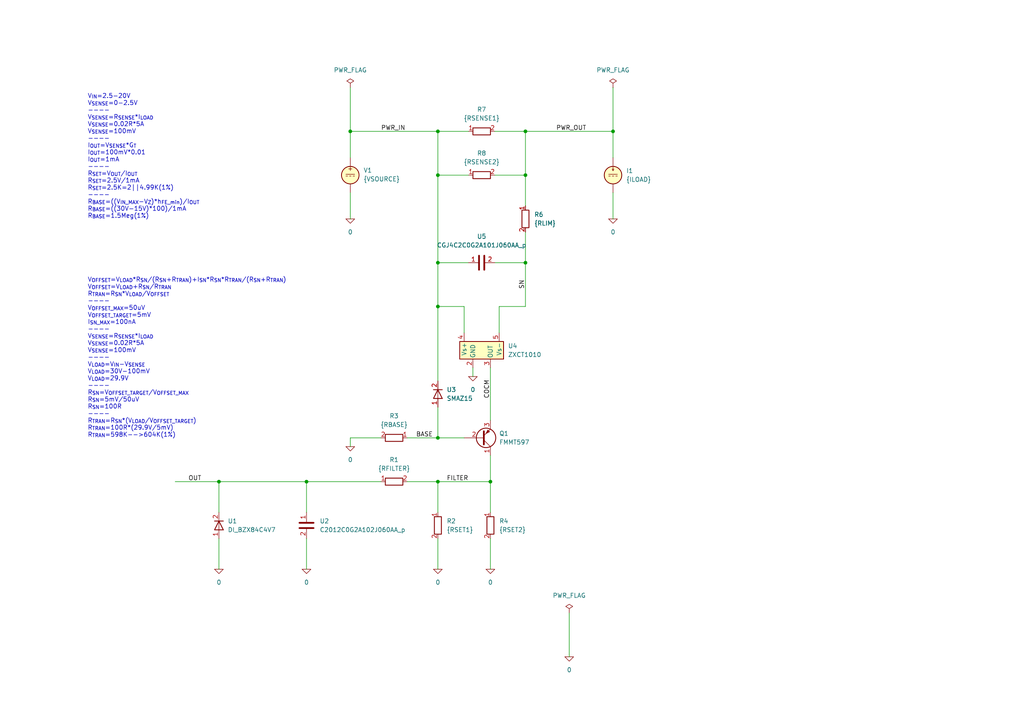
<source format=kicad_sch>
(kicad_sch
	(version 20231120)
	(generator "eeschema")
	(generator_version "8.0")
	(uuid "1f0a50f7-5c9d-47d5-8913-696b43a2f133")
	(paper "A4")
	(title_block
		(title "Current output curret monitor. Over-range voltage input.")
		(date "2024-10-16")
		(rev "2")
		(company "astroelectronic@")
		(comment 1 "-")
		(comment 2 "-")
		(comment 3 "-")
		(comment 4 "ZXCT1010")
	)
	(lib_symbols
		(symbol "C_1"
			(pin_names
				(offset 0.254) hide)
			(exclude_from_sim no)
			(in_bom yes)
			(on_board yes)
			(property "Reference" "C"
				(at 0.635 2.54 0)
				(effects
					(font
						(size 1.27 1.27)
					)
					(justify left)
				)
			)
			(property "Value" "C_1"
				(at 0.635 -2.54 0)
				(effects
					(font
						(size 1.27 1.27)
					)
					(justify left)
				)
			)
			(property "Footprint" ""
				(at 0.9652 -3.81 0)
				(effects
					(font
						(size 1.27 1.27)
					)
					(hide yes)
				)
			)
			(property "Datasheet" "~"
				(at 0 0 0)
				(effects
					(font
						(size 1.27 1.27)
					)
					(hide yes)
				)
			)
			(property "Description" "Unpolarized capacitor"
				(at 0 0 0)
				(effects
					(font
						(size 1.27 1.27)
					)
					(hide yes)
				)
			)
			(property "ki_keywords" "cap capacitor"
				(at 0 0 0)
				(effects
					(font
						(size 1.27 1.27)
					)
					(hide yes)
				)
			)
			(property "ki_fp_filters" "C_*"
				(at 0 0 0)
				(effects
					(font
						(size 1.27 1.27)
					)
					(hide yes)
				)
			)
			(symbol "C_1_0_1"
				(polyline
					(pts
						(xy -2.032 -0.762) (xy 2.032 -0.762)
					)
					(stroke
						(width 0.508)
						(type default)
					)
					(fill
						(type none)
					)
				)
				(polyline
					(pts
						(xy -2.032 0.762) (xy 2.032 0.762)
					)
					(stroke
						(width 0.508)
						(type default)
					)
					(fill
						(type none)
					)
				)
			)
			(symbol "C_1_1_1"
				(pin passive line
					(at 0 3.81 270)
					(length 2.794)
					(name "~"
						(effects
							(font
								(size 1.27 1.27)
							)
						)
					)
					(number "1"
						(effects
							(font
								(size 1.27 1.27)
							)
						)
					)
				)
				(pin passive line
					(at 0 -3.81 90)
					(length 2.794)
					(name "~"
						(effects
							(font
								(size 1.27 1.27)
							)
						)
					)
					(number "2"
						(effects
							(font
								(size 1.27 1.27)
							)
						)
					)
				)
			)
		)
		(symbol "DIODE_1"
			(pin_names
				(offset 1.016) hide)
			(exclude_from_sim no)
			(in_bom yes)
			(on_board yes)
			(property "Reference" "D"
				(at 0 2.54 0)
				(effects
					(font
						(size 1.27 1.27)
					)
				)
			)
			(property "Value" "${SIM.PARAMS}"
				(at 0 -2.54 0)
				(effects
					(font
						(size 1.27 1.27)
					)
				)
			)
			(property "Footprint" ""
				(at 0 0 0)
				(effects
					(font
						(size 1.27 1.27)
					)
					(hide yes)
				)
			)
			(property "Datasheet" "~"
				(at 0 0 0)
				(effects
					(font
						(size 1.27 1.27)
					)
					(hide yes)
				)
			)
			(property "Description" "Diode, anode on pin 1, for simulation only!"
				(at 0 0 0)
				(effects
					(font
						(size 1.27 1.27)
					)
					(hide yes)
				)
			)
			(property "Sim.Pins" "1=1 2=2"
				(at 0 0 0)
				(effects
					(font
						(size 1.27 1.27)
					)
					(hide yes)
				)
			)
			(property "Sim.Device" "SPICE"
				(at 0 0 0)
				(effects
					(font
						(size 1.27 1.27)
					)
					(justify left)
					(hide yes)
				)
			)
			(property "Sim.Params" "type=\"D\" model=\"DIODE_1\" lib=\"\""
				(at 0 0 0)
				(effects
					(font
						(size 1.27 1.27)
					)
					(hide yes)
				)
			)
			(property "Spice_Netlist_Enabled" "Y"
				(at 0 0 0)
				(effects
					(font
						(size 1.27 1.27)
					)
					(justify left)
					(hide yes)
				)
			)
			(property "ki_keywords" "simulation"
				(at 0 0 0)
				(effects
					(font
						(size 1.27 1.27)
					)
					(hide yes)
				)
			)
			(symbol "DIODE_1_0_1"
				(polyline
					(pts
						(xy 1.27 0) (xy -1.27 0)
					)
					(stroke
						(width 0)
						(type default)
					)
					(fill
						(type none)
					)
				)
				(polyline
					(pts
						(xy 1.27 1.27) (xy 1.27 -1.27)
					)
					(stroke
						(width 0.254)
						(type default)
					)
					(fill
						(type none)
					)
				)
				(polyline
					(pts
						(xy -1.27 -1.27) (xy -1.27 1.27) (xy 1.27 0) (xy -1.27 -1.27)
					)
					(stroke
						(width 0.254)
						(type default)
					)
					(fill
						(type none)
					)
				)
			)
			(symbol "DIODE_1_1_1"
				(pin passive line
					(at -3.81 0 0)
					(length 2.54)
					(name "A"
						(effects
							(font
								(size 1.27 1.27)
							)
						)
					)
					(number "1"
						(effects
							(font
								(size 1.27 1.27)
							)
						)
					)
				)
				(pin passive line
					(at 3.81 0 180)
					(length 2.54)
					(name "K"
						(effects
							(font
								(size 1.27 1.27)
							)
						)
					)
					(number "2"
						(effects
							(font
								(size 1.27 1.27)
							)
						)
					)
				)
			)
		)
		(symbol "DIODE_1_1"
			(pin_names
				(offset 1.016) hide)
			(exclude_from_sim no)
			(in_bom yes)
			(on_board yes)
			(property "Reference" "D"
				(at 0 2.54 0)
				(effects
					(font
						(size 1.27 1.27)
					)
				)
			)
			(property "Value" "${SIM.PARAMS}"
				(at 0 -2.54 0)
				(effects
					(font
						(size 1.27 1.27)
					)
				)
			)
			(property "Footprint" ""
				(at 0 0 0)
				(effects
					(font
						(size 1.27 1.27)
					)
					(hide yes)
				)
			)
			(property "Datasheet" "~"
				(at 0 0 0)
				(effects
					(font
						(size 1.27 1.27)
					)
					(hide yes)
				)
			)
			(property "Description" "Diode, anode on pin 1, for simulation only!"
				(at 0 0 0)
				(effects
					(font
						(size 1.27 1.27)
					)
					(hide yes)
				)
			)
			(property "Sim.Pins" "1=1 2=2"
				(at 0 0 0)
				(effects
					(font
						(size 1.27 1.27)
					)
					(hide yes)
				)
			)
			(property "Sim.Device" "SPICE"
				(at 0 0 0)
				(effects
					(font
						(size 1.27 1.27)
					)
					(justify left)
					(hide yes)
				)
			)
			(property "Sim.Params" "type=\"D\" model=\"DIODE_1\" lib=\"\""
				(at 0 0 0)
				(effects
					(font
						(size 1.27 1.27)
					)
					(hide yes)
				)
			)
			(property "Spice_Netlist_Enabled" "Y"
				(at 0 0 0)
				(effects
					(font
						(size 1.27 1.27)
					)
					(justify left)
					(hide yes)
				)
			)
			(property "ki_keywords" "simulation"
				(at 0 0 0)
				(effects
					(font
						(size 1.27 1.27)
					)
					(hide yes)
				)
			)
			(symbol "DIODE_1_1_0_1"
				(polyline
					(pts
						(xy 1.27 0) (xy -1.27 0)
					)
					(stroke
						(width 0)
						(type default)
					)
					(fill
						(type none)
					)
				)
				(polyline
					(pts
						(xy 1.27 1.27) (xy 1.27 -1.27)
					)
					(stroke
						(width 0.254)
						(type default)
					)
					(fill
						(type none)
					)
				)
				(polyline
					(pts
						(xy -1.27 -1.27) (xy -1.27 1.27) (xy 1.27 0) (xy -1.27 -1.27)
					)
					(stroke
						(width 0.254)
						(type default)
					)
					(fill
						(type none)
					)
				)
			)
			(symbol "DIODE_1_1_1_1"
				(pin passive line
					(at -3.81 0 0)
					(length 2.54)
					(name "A"
						(effects
							(font
								(size 1.27 1.27)
							)
						)
					)
					(number "1"
						(effects
							(font
								(size 1.27 1.27)
							)
						)
					)
				)
				(pin passive line
					(at 3.81 0 180)
					(length 2.54)
					(name "K"
						(effects
							(font
								(size 1.27 1.27)
							)
						)
					)
					(number "2"
						(effects
							(font
								(size 1.27 1.27)
							)
						)
					)
				)
			)
		)
		(symbol "R_1"
			(pin_names
				(offset 0) hide)
			(exclude_from_sim no)
			(in_bom yes)
			(on_board yes)
			(property "Reference" "R"
				(at 2.032 0 90)
				(effects
					(font
						(size 1.27 1.27)
					)
				)
			)
			(property "Value" "R_1"
				(at 0 0 90)
				(effects
					(font
						(size 1.27 1.27)
					)
				)
			)
			(property "Footprint" ""
				(at -1.778 0 90)
				(effects
					(font
						(size 1.27 1.27)
					)
					(hide yes)
				)
			)
			(property "Datasheet" "~"
				(at 0 0 0)
				(effects
					(font
						(size 1.27 1.27)
					)
					(hide yes)
				)
			)
			(property "Description" "Resistor"
				(at 0 0 0)
				(effects
					(font
						(size 1.27 1.27)
					)
					(hide yes)
				)
			)
			(property "ki_keywords" "R res resistor"
				(at 0 0 0)
				(effects
					(font
						(size 1.27 1.27)
					)
					(hide yes)
				)
			)
			(property "ki_fp_filters" "R_*"
				(at 0 0 0)
				(effects
					(font
						(size 1.27 1.27)
					)
					(hide yes)
				)
			)
			(symbol "R_1_0_1"
				(rectangle
					(start -1.016 -2.54)
					(end 1.016 2.54)
					(stroke
						(width 0.254)
						(type default)
					)
					(fill
						(type none)
					)
				)
			)
			(symbol "R_1_1_1"
				(pin passive line
					(at 0 3.81 270)
					(length 1.27)
					(name "~"
						(effects
							(font
								(size 1.27 1.27)
							)
						)
					)
					(number "1"
						(effects
							(font
								(size 1.27 1.27)
							)
						)
					)
				)
				(pin passive line
					(at 0 -3.81 90)
					(length 1.27)
					(name "~"
						(effects
							(font
								(size 1.27 1.27)
							)
						)
					)
					(number "2"
						(effects
							(font
								(size 1.27 1.27)
							)
						)
					)
				)
			)
		)
		(symbol "R_2"
			(pin_names
				(offset 0) hide)
			(exclude_from_sim no)
			(in_bom yes)
			(on_board yes)
			(property "Reference" "R"
				(at 2.032 0 90)
				(effects
					(font
						(size 1.27 1.27)
					)
				)
			)
			(property "Value" "R_2"
				(at 0 0 90)
				(effects
					(font
						(size 1.27 1.27)
					)
				)
			)
			(property "Footprint" ""
				(at -1.778 0 90)
				(effects
					(font
						(size 1.27 1.27)
					)
					(hide yes)
				)
			)
			(property "Datasheet" "~"
				(at 0 0 0)
				(effects
					(font
						(size 1.27 1.27)
					)
					(hide yes)
				)
			)
			(property "Description" "Resistor"
				(at 0 0 0)
				(effects
					(font
						(size 1.27 1.27)
					)
					(hide yes)
				)
			)
			(property "ki_keywords" "R res resistor"
				(at 0 0 0)
				(effects
					(font
						(size 1.27 1.27)
					)
					(hide yes)
				)
			)
			(property "ki_fp_filters" "R_*"
				(at 0 0 0)
				(effects
					(font
						(size 1.27 1.27)
					)
					(hide yes)
				)
			)
			(symbol "R_2_0_1"
				(rectangle
					(start -1.016 -2.54)
					(end 1.016 2.54)
					(stroke
						(width 0.254)
						(type default)
					)
					(fill
						(type none)
					)
				)
			)
			(symbol "R_2_1_1"
				(pin passive line
					(at 0 3.81 270)
					(length 1.27)
					(name "~"
						(effects
							(font
								(size 1.27 1.27)
							)
						)
					)
					(number "1"
						(effects
							(font
								(size 1.27 1.27)
							)
						)
					)
				)
				(pin passive line
					(at 0 -3.81 90)
					(length 1.27)
					(name "~"
						(effects
							(font
								(size 1.27 1.27)
							)
						)
					)
					(number "2"
						(effects
							(font
								(size 1.27 1.27)
							)
						)
					)
				)
			)
		)
		(symbol "R_3"
			(pin_names
				(offset 0) hide)
			(exclude_from_sim no)
			(in_bom yes)
			(on_board yes)
			(property "Reference" "R"
				(at 2.032 0 90)
				(effects
					(font
						(size 1.27 1.27)
					)
				)
			)
			(property "Value" "R_3"
				(at 0 0 90)
				(effects
					(font
						(size 1.27 1.27)
					)
				)
			)
			(property "Footprint" ""
				(at -1.778 0 90)
				(effects
					(font
						(size 1.27 1.27)
					)
					(hide yes)
				)
			)
			(property "Datasheet" "~"
				(at 0 0 0)
				(effects
					(font
						(size 1.27 1.27)
					)
					(hide yes)
				)
			)
			(property "Description" "Resistor"
				(at 0 0 0)
				(effects
					(font
						(size 1.27 1.27)
					)
					(hide yes)
				)
			)
			(property "ki_keywords" "R res resistor"
				(at 0 0 0)
				(effects
					(font
						(size 1.27 1.27)
					)
					(hide yes)
				)
			)
			(property "ki_fp_filters" "R_*"
				(at 0 0 0)
				(effects
					(font
						(size 1.27 1.27)
					)
					(hide yes)
				)
			)
			(symbol "R_3_0_1"
				(rectangle
					(start -1.016 -2.54)
					(end 1.016 2.54)
					(stroke
						(width 0.254)
						(type default)
					)
					(fill
						(type none)
					)
				)
			)
			(symbol "R_3_1_1"
				(pin passive line
					(at 0 3.81 270)
					(length 1.27)
					(name "~"
						(effects
							(font
								(size 1.27 1.27)
							)
						)
					)
					(number "1"
						(effects
							(font
								(size 1.27 1.27)
							)
						)
					)
				)
				(pin passive line
					(at 0 -3.81 90)
					(length 1.27)
					(name "~"
						(effects
							(font
								(size 1.27 1.27)
							)
						)
					)
					(number "2"
						(effects
							(font
								(size 1.27 1.27)
							)
						)
					)
				)
			)
		)
		(symbol "R_4"
			(pin_names
				(offset 0) hide)
			(exclude_from_sim no)
			(in_bom yes)
			(on_board yes)
			(property "Reference" "R"
				(at 2.032 0 90)
				(effects
					(font
						(size 1.27 1.27)
					)
				)
			)
			(property "Value" "R_4"
				(at 0 0 90)
				(effects
					(font
						(size 1.27 1.27)
					)
				)
			)
			(property "Footprint" ""
				(at -1.778 0 90)
				(effects
					(font
						(size 1.27 1.27)
					)
					(hide yes)
				)
			)
			(property "Datasheet" "~"
				(at 0 0 0)
				(effects
					(font
						(size 1.27 1.27)
					)
					(hide yes)
				)
			)
			(property "Description" "Resistor"
				(at 0 0 0)
				(effects
					(font
						(size 1.27 1.27)
					)
					(hide yes)
				)
			)
			(property "ki_keywords" "R res resistor"
				(at 0 0 0)
				(effects
					(font
						(size 1.27 1.27)
					)
					(hide yes)
				)
			)
			(property "ki_fp_filters" "R_*"
				(at 0 0 0)
				(effects
					(font
						(size 1.27 1.27)
					)
					(hide yes)
				)
			)
			(symbol "R_4_0_1"
				(rectangle
					(start -1.016 -2.54)
					(end 1.016 2.54)
					(stroke
						(width 0.254)
						(type default)
					)
					(fill
						(type none)
					)
				)
			)
			(symbol "R_4_1_1"
				(pin passive line
					(at 0 3.81 270)
					(length 1.27)
					(name "~"
						(effects
							(font
								(size 1.27 1.27)
							)
						)
					)
					(number "1"
						(effects
							(font
								(size 1.27 1.27)
							)
						)
					)
				)
				(pin passive line
					(at 0 -3.81 90)
					(length 1.27)
					(name "~"
						(effects
							(font
								(size 1.27 1.27)
							)
						)
					)
					(number "2"
						(effects
							(font
								(size 1.27 1.27)
							)
						)
					)
				)
			)
		)
		(symbol "R_5"
			(pin_names
				(offset 0) hide)
			(exclude_from_sim no)
			(in_bom yes)
			(on_board yes)
			(property "Reference" "R"
				(at 2.032 0 90)
				(effects
					(font
						(size 1.27 1.27)
					)
				)
			)
			(property "Value" "R_5"
				(at 0 0 90)
				(effects
					(font
						(size 1.27 1.27)
					)
				)
			)
			(property "Footprint" ""
				(at -1.778 0 90)
				(effects
					(font
						(size 1.27 1.27)
					)
					(hide yes)
				)
			)
			(property "Datasheet" "~"
				(at 0 0 0)
				(effects
					(font
						(size 1.27 1.27)
					)
					(hide yes)
				)
			)
			(property "Description" "Resistor"
				(at 0 0 0)
				(effects
					(font
						(size 1.27 1.27)
					)
					(hide yes)
				)
			)
			(property "ki_keywords" "R res resistor"
				(at 0 0 0)
				(effects
					(font
						(size 1.27 1.27)
					)
					(hide yes)
				)
			)
			(property "ki_fp_filters" "R_*"
				(at 0 0 0)
				(effects
					(font
						(size 1.27 1.27)
					)
					(hide yes)
				)
			)
			(symbol "R_5_0_1"
				(rectangle
					(start -1.016 -2.54)
					(end 1.016 2.54)
					(stroke
						(width 0.254)
						(type default)
					)
					(fill
						(type none)
					)
				)
			)
			(symbol "R_5_1_1"
				(pin passive line
					(at 0 3.81 270)
					(length 1.27)
					(name "~"
						(effects
							(font
								(size 1.27 1.27)
							)
						)
					)
					(number "1"
						(effects
							(font
								(size 1.27 1.27)
							)
						)
					)
				)
				(pin passive line
					(at 0 -3.81 90)
					(length 1.27)
					(name "~"
						(effects
							(font
								(size 1.27 1.27)
							)
						)
					)
					(number "2"
						(effects
							(font
								(size 1.27 1.27)
							)
						)
					)
				)
			)
		)
		(symbol "R_6"
			(pin_names
				(offset 0) hide)
			(exclude_from_sim no)
			(in_bom yes)
			(on_board yes)
			(property "Reference" "R"
				(at 2.032 0 90)
				(effects
					(font
						(size 1.27 1.27)
					)
				)
			)
			(property "Value" "R_6"
				(at 0 0 90)
				(effects
					(font
						(size 1.27 1.27)
					)
				)
			)
			(property "Footprint" ""
				(at -1.778 0 90)
				(effects
					(font
						(size 1.27 1.27)
					)
					(hide yes)
				)
			)
			(property "Datasheet" "~"
				(at 0 0 0)
				(effects
					(font
						(size 1.27 1.27)
					)
					(hide yes)
				)
			)
			(property "Description" "Resistor"
				(at 0 0 0)
				(effects
					(font
						(size 1.27 1.27)
					)
					(hide yes)
				)
			)
			(property "ki_keywords" "R res resistor"
				(at 0 0 0)
				(effects
					(font
						(size 1.27 1.27)
					)
					(hide yes)
				)
			)
			(property "ki_fp_filters" "R_*"
				(at 0 0 0)
				(effects
					(font
						(size 1.27 1.27)
					)
					(hide yes)
				)
			)
			(symbol "R_6_0_1"
				(rectangle
					(start -1.016 -2.54)
					(end 1.016 2.54)
					(stroke
						(width 0.254)
						(type default)
					)
					(fill
						(type none)
					)
				)
			)
			(symbol "R_6_1_1"
				(pin passive line
					(at 0 3.81 270)
					(length 1.27)
					(name "~"
						(effects
							(font
								(size 1.27 1.27)
							)
						)
					)
					(number "1"
						(effects
							(font
								(size 1.27 1.27)
							)
						)
					)
				)
				(pin passive line
					(at 0 -3.81 90)
					(length 1.27)
					(name "~"
						(effects
							(font
								(size 1.27 1.27)
							)
						)
					)
					(number "2"
						(effects
							(font
								(size 1.27 1.27)
							)
						)
					)
				)
			)
		)
		(symbol "ZXCT1010:0"
			(power)
			(pin_names
				(offset 0)
			)
			(exclude_from_sim no)
			(in_bom yes)
			(on_board yes)
			(property "Reference" "#GND"
				(at 0 -2.54 0)
				(effects
					(font
						(size 1.27 1.27)
					)
					(hide yes)
				)
			)
			(property "Value" "0"
				(at 0 -1.778 0)
				(effects
					(font
						(size 1.27 1.27)
					)
				)
			)
			(property "Footprint" ""
				(at 0 0 0)
				(effects
					(font
						(size 1.27 1.27)
					)
					(hide yes)
				)
			)
			(property "Datasheet" "~"
				(at 0 0 0)
				(effects
					(font
						(size 1.27 1.27)
					)
					(hide yes)
				)
			)
			(property "Description" "0V reference potential for simulation"
				(at 0 0 0)
				(effects
					(font
						(size 1.27 1.27)
					)
					(hide yes)
				)
			)
			(property "ki_keywords" "simulation"
				(at 0 0 0)
				(effects
					(font
						(size 1.27 1.27)
					)
					(hide yes)
				)
			)
			(symbol "0_0_1"
				(polyline
					(pts
						(xy -1.27 0) (xy 0 -1.27) (xy 1.27 0) (xy -1.27 0)
					)
					(stroke
						(width 0)
						(type default)
					)
					(fill
						(type none)
					)
				)
			)
			(symbol "0_1_1"
				(pin power_in line
					(at 0 0 0)
					(length 0) hide
					(name "0"
						(effects
							(font
								(size 1.016 1.016)
							)
						)
					)
					(number "1"
						(effects
							(font
								(size 1.016 1.016)
							)
						)
					)
				)
			)
		)
		(symbol "ZXCT1010:C"
			(pin_names
				(offset 0.254) hide)
			(exclude_from_sim no)
			(in_bom yes)
			(on_board yes)
			(property "Reference" "C"
				(at 0.635 2.54 0)
				(effects
					(font
						(size 1.27 1.27)
					)
					(justify left)
				)
			)
			(property "Value" "C"
				(at 0.635 -2.54 0)
				(effects
					(font
						(size 1.27 1.27)
					)
					(justify left)
				)
			)
			(property "Footprint" ""
				(at 0.9652 -3.81 0)
				(effects
					(font
						(size 1.27 1.27)
					)
					(hide yes)
				)
			)
			(property "Datasheet" "~"
				(at 0 0 0)
				(effects
					(font
						(size 1.27 1.27)
					)
					(hide yes)
				)
			)
			(property "Description" "Unpolarized capacitor"
				(at 0 0 0)
				(effects
					(font
						(size 1.27 1.27)
					)
					(hide yes)
				)
			)
			(property "ki_keywords" "cap capacitor"
				(at 0 0 0)
				(effects
					(font
						(size 1.27 1.27)
					)
					(hide yes)
				)
			)
			(property "ki_fp_filters" "C_*"
				(at 0 0 0)
				(effects
					(font
						(size 1.27 1.27)
					)
					(hide yes)
				)
			)
			(symbol "C_0_1"
				(polyline
					(pts
						(xy -2.032 -0.762) (xy 2.032 -0.762)
					)
					(stroke
						(width 0.508)
						(type default)
					)
					(fill
						(type none)
					)
				)
				(polyline
					(pts
						(xy -2.032 0.762) (xy 2.032 0.762)
					)
					(stroke
						(width 0.508)
						(type default)
					)
					(fill
						(type none)
					)
				)
			)
			(symbol "C_1_1"
				(pin passive line
					(at 0 3.81 270)
					(length 2.794)
					(name "~"
						(effects
							(font
								(size 1.27 1.27)
							)
						)
					)
					(number "1"
						(effects
							(font
								(size 1.27 1.27)
							)
						)
					)
				)
				(pin passive line
					(at 0 -3.81 90)
					(length 2.794)
					(name "~"
						(effects
							(font
								(size 1.27 1.27)
							)
						)
					)
					(number "2"
						(effects
							(font
								(size 1.27 1.27)
							)
						)
					)
				)
			)
		)
		(symbol "ZXCT1010:DIODE"
			(pin_names
				(offset 1.016) hide)
			(exclude_from_sim no)
			(in_bom yes)
			(on_board yes)
			(property "Reference" "D"
				(at 0 2.54 0)
				(effects
					(font
						(size 1.27 1.27)
					)
				)
			)
			(property "Value" "${SIM.PARAMS}"
				(at 0 -2.54 0)
				(effects
					(font
						(size 1.27 1.27)
					)
				)
			)
			(property "Footprint" ""
				(at 0 0 0)
				(effects
					(font
						(size 1.27 1.27)
					)
					(hide yes)
				)
			)
			(property "Datasheet" "~"
				(at 0 0 0)
				(effects
					(font
						(size 1.27 1.27)
					)
					(hide yes)
				)
			)
			(property "Description" "Diode, anode on pin 1, for simulation only!"
				(at 0 0 0)
				(effects
					(font
						(size 1.27 1.27)
					)
					(hide yes)
				)
			)
			(property "Sim.Pins" "1=1 2=2"
				(at 0 0 0)
				(effects
					(font
						(size 1.27 1.27)
					)
					(hide yes)
				)
			)
			(property "Sim.Device" "SPICE"
				(at 0 0 0)
				(effects
					(font
						(size 1.27 1.27)
					)
					(justify left)
					(hide yes)
				)
			)
			(property "Sim.Params" "type=\"D\" model=\"DIODE\" lib=\"\""
				(at 0 0 0)
				(effects
					(font
						(size 1.27 1.27)
					)
					(hide yes)
				)
			)
			(property "Spice_Netlist_Enabled" "Y"
				(at 0 0 0)
				(effects
					(font
						(size 1.27 1.27)
					)
					(justify left)
					(hide yes)
				)
			)
			(property "ki_keywords" "simulation"
				(at 0 0 0)
				(effects
					(font
						(size 1.27 1.27)
					)
					(hide yes)
				)
			)
			(symbol "DIODE_0_1"
				(polyline
					(pts
						(xy 1.27 0) (xy -1.27 0)
					)
					(stroke
						(width 0)
						(type default)
					)
					(fill
						(type none)
					)
				)
				(polyline
					(pts
						(xy 1.27 1.27) (xy 1.27 -1.27)
					)
					(stroke
						(width 0.254)
						(type default)
					)
					(fill
						(type none)
					)
				)
				(polyline
					(pts
						(xy -1.27 -1.27) (xy -1.27 1.27) (xy 1.27 0) (xy -1.27 -1.27)
					)
					(stroke
						(width 0.254)
						(type default)
					)
					(fill
						(type none)
					)
				)
			)
			(symbol "DIODE_1_1"
				(pin passive line
					(at -3.81 0 0)
					(length 2.54)
					(name "A"
						(effects
							(font
								(size 1.27 1.27)
							)
						)
					)
					(number "1"
						(effects
							(font
								(size 1.27 1.27)
							)
						)
					)
				)
				(pin passive line
					(at 3.81 0 180)
					(length 2.54)
					(name "K"
						(effects
							(font
								(size 1.27 1.27)
							)
						)
					)
					(number "2"
						(effects
							(font
								(size 1.27 1.27)
							)
						)
					)
				)
			)
		)
		(symbol "ZXCT1010:IDC"
			(pin_numbers hide)
			(pin_names
				(offset 0.0254)
			)
			(exclude_from_sim no)
			(in_bom yes)
			(on_board yes)
			(property "Reference" "I"
				(at 2.54 2.54 0)
				(effects
					(font
						(size 1.27 1.27)
					)
					(justify left)
				)
			)
			(property "Value" "1"
				(at 2.54 0 0)
				(effects
					(font
						(size 1.27 1.27)
					)
					(justify left)
				)
			)
			(property "Footprint" ""
				(at 0 0 0)
				(effects
					(font
						(size 1.27 1.27)
					)
					(hide yes)
				)
			)
			(property "Datasheet" "~"
				(at 0 0 0)
				(effects
					(font
						(size 1.27 1.27)
					)
					(hide yes)
				)
			)
			(property "Description" "Current source, DC"
				(at 0 0 0)
				(effects
					(font
						(size 1.27 1.27)
					)
					(hide yes)
				)
			)
			(property "Sim.Pins" "1=+ 2=-"
				(at 0 0 0)
				(effects
					(font
						(size 1.27 1.27)
					)
					(hide yes)
				)
			)
			(property "Sim.Type" "DC"
				(at 0 0 0)
				(effects
					(font
						(size 1.27 1.27)
					)
					(hide yes)
				)
			)
			(property "Sim.Device" "I"
				(at 0 0 0)
				(effects
					(font
						(size 1.27 1.27)
					)
					(justify left)
					(hide yes)
				)
			)
			(property "Spice_Netlist_Enabled" "Y"
				(at 0 0 0)
				(effects
					(font
						(size 1.27 1.27)
					)
					(justify left)
					(hide yes)
				)
			)
			(property "ki_keywords" "simulation"
				(at 0 0 0)
				(effects
					(font
						(size 1.27 1.27)
					)
					(hide yes)
				)
			)
			(symbol "IDC_0_0"
				(polyline
					(pts
						(xy -1.27 0.254) (xy 1.27 0.254)
					)
					(stroke
						(width 0)
						(type default)
					)
					(fill
						(type none)
					)
				)
				(polyline
					(pts
						(xy -0.762 -0.254) (xy -1.27 -0.254)
					)
					(stroke
						(width 0)
						(type default)
					)
					(fill
						(type none)
					)
				)
				(polyline
					(pts
						(xy 0.254 -0.254) (xy -0.254 -0.254)
					)
					(stroke
						(width 0)
						(type default)
					)
					(fill
						(type none)
					)
				)
				(polyline
					(pts
						(xy 1.27 -0.254) (xy 0.762 -0.254)
					)
					(stroke
						(width 0)
						(type default)
					)
					(fill
						(type none)
					)
				)
			)
			(symbol "IDC_0_1"
				(polyline
					(pts
						(xy 0 1.27) (xy 0 2.286)
					)
					(stroke
						(width 0)
						(type default)
					)
					(fill
						(type none)
					)
				)
				(polyline
					(pts
						(xy -0.254 1.778) (xy 0 1.27) (xy 0.254 1.778)
					)
					(stroke
						(width 0)
						(type default)
					)
					(fill
						(type none)
					)
				)
				(circle
					(center 0 0)
					(radius 2.54)
					(stroke
						(width 0.254)
						(type default)
					)
					(fill
						(type background)
					)
				)
			)
			(symbol "IDC_1_1"
				(pin passive line
					(at 0 5.08 270)
					(length 2.54)
					(name "~"
						(effects
							(font
								(size 1.27 1.27)
							)
						)
					)
					(number "1"
						(effects
							(font
								(size 1.27 1.27)
							)
						)
					)
				)
				(pin passive line
					(at 0 -5.08 90)
					(length 2.54)
					(name "~"
						(effects
							(font
								(size 1.27 1.27)
							)
						)
					)
					(number "2"
						(effects
							(font
								(size 1.27 1.27)
							)
						)
					)
				)
			)
		)
		(symbol "ZXCT1010:PWR_FLAG"
			(power)
			(pin_numbers hide)
			(pin_names
				(offset 0) hide)
			(exclude_from_sim no)
			(in_bom yes)
			(on_board yes)
			(property "Reference" "#FLG"
				(at 0 1.905 0)
				(effects
					(font
						(size 1.27 1.27)
					)
					(hide yes)
				)
			)
			(property "Value" "PWR_FLAG"
				(at 0 3.81 0)
				(effects
					(font
						(size 1.27 1.27)
					)
				)
			)
			(property "Footprint" ""
				(at 0 0 0)
				(effects
					(font
						(size 1.27 1.27)
					)
					(hide yes)
				)
			)
			(property "Datasheet" "~"
				(at 0 0 0)
				(effects
					(font
						(size 1.27 1.27)
					)
					(hide yes)
				)
			)
			(property "Description" "Special symbol for telling ERC where power comes from"
				(at 0 0 0)
				(effects
					(font
						(size 1.27 1.27)
					)
					(hide yes)
				)
			)
			(property "ki_keywords" "flag power"
				(at 0 0 0)
				(effects
					(font
						(size 1.27 1.27)
					)
					(hide yes)
				)
			)
			(symbol "PWR_FLAG_0_0"
				(pin power_out line
					(at 0 0 90)
					(length 0)
					(name "pwr"
						(effects
							(font
								(size 1.27 1.27)
							)
						)
					)
					(number "1"
						(effects
							(font
								(size 1.27 1.27)
							)
						)
					)
				)
			)
			(symbol "PWR_FLAG_0_1"
				(polyline
					(pts
						(xy 0 0) (xy 0 1.27) (xy -1.016 1.905) (xy 0 2.54) (xy 1.016 1.905) (xy 0 1.27)
					)
					(stroke
						(width 0)
						(type default)
					)
					(fill
						(type none)
					)
				)
			)
		)
		(symbol "ZXCT1010:Q_PNP_CBE"
			(pin_names
				(offset 0) hide)
			(exclude_from_sim no)
			(in_bom yes)
			(on_board yes)
			(property "Reference" "Q"
				(at 5.08 1.27 0)
				(effects
					(font
						(size 1.27 1.27)
					)
					(justify left)
				)
			)
			(property "Value" "Q_PNP_CBE"
				(at 5.08 -1.27 0)
				(effects
					(font
						(size 1.27 1.27)
					)
					(justify left)
				)
			)
			(property "Footprint" ""
				(at 5.08 2.54 0)
				(effects
					(font
						(size 1.27 1.27)
					)
					(hide yes)
				)
			)
			(property "Datasheet" "~"
				(at 0 0 0)
				(effects
					(font
						(size 1.27 1.27)
					)
					(hide yes)
				)
			)
			(property "Description" "PNP transistor, collector/base/emitter"
				(at 0 0 0)
				(effects
					(font
						(size 1.27 1.27)
					)
					(hide yes)
				)
			)
			(property "ki_keywords" "transistor PNP"
				(at 0 0 0)
				(effects
					(font
						(size 1.27 1.27)
					)
					(hide yes)
				)
			)
			(symbol "Q_PNP_CBE_0_1"
				(polyline
					(pts
						(xy 0.635 0.635) (xy 2.54 2.54)
					)
					(stroke
						(width 0)
						(type default)
					)
					(fill
						(type none)
					)
				)
				(polyline
					(pts
						(xy 0.635 -0.635) (xy 2.54 -2.54) (xy 2.54 -2.54)
					)
					(stroke
						(width 0)
						(type default)
					)
					(fill
						(type none)
					)
				)
				(polyline
					(pts
						(xy 0.635 1.905) (xy 0.635 -1.905) (xy 0.635 -1.905)
					)
					(stroke
						(width 0.508)
						(type default)
					)
					(fill
						(type none)
					)
				)
				(polyline
					(pts
						(xy 2.286 -1.778) (xy 1.778 -2.286) (xy 1.27 -1.27) (xy 2.286 -1.778) (xy 2.286 -1.778)
					)
					(stroke
						(width 0)
						(type default)
					)
					(fill
						(type outline)
					)
				)
				(circle
					(center 1.27 0)
					(radius 2.8194)
					(stroke
						(width 0.254)
						(type default)
					)
					(fill
						(type none)
					)
				)
			)
			(symbol "Q_PNP_CBE_1_1"
				(pin passive line
					(at 2.54 5.08 270)
					(length 2.54)
					(name "C"
						(effects
							(font
								(size 1.27 1.27)
							)
						)
					)
					(number "1"
						(effects
							(font
								(size 1.27 1.27)
							)
						)
					)
				)
				(pin input line
					(at -5.08 0 0)
					(length 5.715)
					(name "B"
						(effects
							(font
								(size 1.27 1.27)
							)
						)
					)
					(number "2"
						(effects
							(font
								(size 1.27 1.27)
							)
						)
					)
				)
				(pin passive line
					(at 2.54 -5.08 90)
					(length 2.54)
					(name "E"
						(effects
							(font
								(size 1.27 1.27)
							)
						)
					)
					(number "3"
						(effects
							(font
								(size 1.27 1.27)
							)
						)
					)
				)
			)
		)
		(symbol "ZXCT1010:R"
			(pin_names
				(offset 0) hide)
			(exclude_from_sim no)
			(in_bom yes)
			(on_board yes)
			(property "Reference" "R"
				(at 2.032 0 90)
				(effects
					(font
						(size 1.27 1.27)
					)
				)
			)
			(property "Value" "R"
				(at 0 0 90)
				(effects
					(font
						(size 1.27 1.27)
					)
				)
			)
			(property "Footprint" ""
				(at -1.778 0 90)
				(effects
					(font
						(size 1.27 1.27)
					)
					(hide yes)
				)
			)
			(property "Datasheet" "~"
				(at 0 0 0)
				(effects
					(font
						(size 1.27 1.27)
					)
					(hide yes)
				)
			)
			(property "Description" "Resistor"
				(at 0 0 0)
				(effects
					(font
						(size 1.27 1.27)
					)
					(hide yes)
				)
			)
			(property "ki_keywords" "R res resistor"
				(at 0 0 0)
				(effects
					(font
						(size 1.27 1.27)
					)
					(hide yes)
				)
			)
			(property "ki_fp_filters" "R_*"
				(at 0 0 0)
				(effects
					(font
						(size 1.27 1.27)
					)
					(hide yes)
				)
			)
			(symbol "R_0_1"
				(rectangle
					(start -1.016 -2.54)
					(end 1.016 2.54)
					(stroke
						(width 0.254)
						(type default)
					)
					(fill
						(type none)
					)
				)
			)
			(symbol "R_1_1"
				(pin passive line
					(at 0 3.81 270)
					(length 1.27)
					(name "~"
						(effects
							(font
								(size 1.27 1.27)
							)
						)
					)
					(number "1"
						(effects
							(font
								(size 1.27 1.27)
							)
						)
					)
				)
				(pin passive line
					(at 0 -3.81 90)
					(length 1.27)
					(name "~"
						(effects
							(font
								(size 1.27 1.27)
							)
						)
					)
					(number "2"
						(effects
							(font
								(size 1.27 1.27)
							)
						)
					)
				)
			)
		)
		(symbol "ZXCT1010:VDC"
			(pin_numbers hide)
			(pin_names
				(offset 0.0254)
			)
			(exclude_from_sim no)
			(in_bom yes)
			(on_board yes)
			(property "Reference" "V"
				(at 2.54 2.54 0)
				(effects
					(font
						(size 1.27 1.27)
					)
					(justify left)
				)
			)
			(property "Value" "1"
				(at 2.54 0 0)
				(effects
					(font
						(size 1.27 1.27)
					)
					(justify left)
				)
			)
			(property "Footprint" ""
				(at 0 0 0)
				(effects
					(font
						(size 1.27 1.27)
					)
					(hide yes)
				)
			)
			(property "Datasheet" "~"
				(at 0 0 0)
				(effects
					(font
						(size 1.27 1.27)
					)
					(hide yes)
				)
			)
			(property "Description" "Voltage source, DC"
				(at 0 0 0)
				(effects
					(font
						(size 1.27 1.27)
					)
					(hide yes)
				)
			)
			(property "Sim.Pins" "1=+ 2=-"
				(at 0 0 0)
				(effects
					(font
						(size 1.27 1.27)
					)
					(hide yes)
				)
			)
			(property "Sim.Type" "DC"
				(at 0 0 0)
				(effects
					(font
						(size 1.27 1.27)
					)
					(hide yes)
				)
			)
			(property "Sim.Device" "V"
				(at 0 0 0)
				(effects
					(font
						(size 1.27 1.27)
					)
					(justify left)
					(hide yes)
				)
			)
			(property "Spice_Netlist_Enabled" "Y"
				(at 0 0 0)
				(effects
					(font
						(size 1.27 1.27)
					)
					(justify left)
					(hide yes)
				)
			)
			(property "ki_keywords" "simulation"
				(at 0 0 0)
				(effects
					(font
						(size 1.27 1.27)
					)
					(hide yes)
				)
			)
			(symbol "VDC_0_0"
				(polyline
					(pts
						(xy -1.27 0.254) (xy 1.27 0.254)
					)
					(stroke
						(width 0)
						(type default)
					)
					(fill
						(type none)
					)
				)
				(polyline
					(pts
						(xy -0.762 -0.254) (xy -1.27 -0.254)
					)
					(stroke
						(width 0)
						(type default)
					)
					(fill
						(type none)
					)
				)
				(polyline
					(pts
						(xy 0.254 -0.254) (xy -0.254 -0.254)
					)
					(stroke
						(width 0)
						(type default)
					)
					(fill
						(type none)
					)
				)
				(polyline
					(pts
						(xy 1.27 -0.254) (xy 0.762 -0.254)
					)
					(stroke
						(width 0)
						(type default)
					)
					(fill
						(type none)
					)
				)
				(text "+"
					(at 0 1.905 0)
					(effects
						(font
							(size 1.27 1.27)
						)
					)
				)
			)
			(symbol "VDC_0_1"
				(circle
					(center 0 0)
					(radius 2.54)
					(stroke
						(width 0.254)
						(type default)
					)
					(fill
						(type background)
					)
				)
			)
			(symbol "VDC_1_1"
				(pin passive line
					(at 0 5.08 270)
					(length 2.54)
					(name "~"
						(effects
							(font
								(size 1.27 1.27)
							)
						)
					)
					(number "1"
						(effects
							(font
								(size 1.27 1.27)
							)
						)
					)
				)
				(pin passive line
					(at 0 -5.08 90)
					(length 2.54)
					(name "~"
						(effects
							(font
								(size 1.27 1.27)
							)
						)
					)
					(number "2"
						(effects
							(font
								(size 1.27 1.27)
							)
						)
					)
				)
			)
		)
		(symbol "ZXCT1010_1"
			(pin_names
				(offset 0.254)
			)
			(exclude_from_sim no)
			(in_bom yes)
			(on_board yes)
			(property "Reference" "U"
				(at 7.62 1.27 0)
				(effects
					(font
						(size 1.27 1.27)
					)
					(justify left)
				)
			)
			(property "Value" "ZXCT1010_1"
				(at 7.62 -1.27 0)
				(effects
					(font
						(size 1.27 1.27)
					)
					(justify left)
				)
			)
			(property "Footprint" "Package_TO_SOT_SMD:SOT-23-5"
				(at 0 0 0)
				(effects
					(font
						(size 1.27 1.27)
					)
					(hide yes)
				)
			)
			(property "Datasheet" "https://www.diodes.com/assets/Datasheets/ZXCT1010.pdf"
				(at -1.27 0 0)
				(effects
					(font
						(size 1.27 1.27)
					)
					(hide yes)
				)
			)
			(property "Description" "Enhanced High-Side Current Monitors, SOT-23-5. Simulation model."
				(at 0 0 0)
				(effects
					(font
						(size 1.27 1.27)
					)
					(hide yes)
				)
			)
			(property "ki_keywords" "High side current monitor shunt"
				(at 0 0 0)
				(effects
					(font
						(size 1.27 1.27)
					)
					(hide yes)
				)
			)
			(property "ki_fp_filters" "SOT?23*"
				(at 0 0 0)
				(effects
					(font
						(size 1.27 1.27)
					)
					(hide yes)
				)
			)
			(symbol "ZXCT1010_1_0_1"
				(rectangle
					(start -6.35 2.54)
					(end 6.35 -2.54)
					(stroke
						(width 0.254)
						(type default)
					)
					(fill
						(type background)
					)
				)
			)
			(symbol "ZXCT1010_1_1_1"
				(pin passive line
					(at -2.54 -5.08 90)
					(length 2.54)
					(name "GND"
						(effects
							(font
								(size 1.27 1.27)
							)
						)
					)
					(number "2"
						(effects
							(font
								(size 1.27 1.27)
							)
						)
					)
				)
				(pin passive line
					(at 2.54 -5.08 90)
					(length 2.54)
					(name "OUT"
						(effects
							(font
								(size 1.27 1.27)
							)
						)
					)
					(number "3"
						(effects
							(font
								(size 1.27 1.27)
							)
						)
					)
				)
				(pin passive line
					(at -5.08 5.08 270)
					(length 2.54)
					(name "Vs+"
						(effects
							(font
								(size 1.27 1.27)
							)
						)
					)
					(number "4"
						(effects
							(font
								(size 1.27 1.27)
							)
						)
					)
				)
				(pin passive line
					(at 5.08 5.08 270)
					(length 2.54)
					(name "Vs-"
						(effects
							(font
								(size 1.27 1.27)
							)
						)
					)
					(number "5"
						(effects
							(font
								(size 1.27 1.27)
							)
						)
					)
				)
			)
		)
	)
	(junction
		(at 127 139.7)
		(diameter 0)
		(color 0 0 0 0)
		(uuid "04d5d722-4a88-4565-b85f-e87b8756ed1d")
	)
	(junction
		(at 127 76.2)
		(diameter 0)
		(color 0 0 0 0)
		(uuid "1cfc7809-aadb-4a6c-991b-8ef1560bef87")
	)
	(junction
		(at 142.24 139.7)
		(diameter 0)
		(color 0 0 0 0)
		(uuid "253d24ff-13e7-4a58-831e-44c0c97240ec")
	)
	(junction
		(at 101.6 38.1)
		(diameter 0)
		(color 0 0 0 0)
		(uuid "438dc91e-844e-49be-b810-d0023c630fda")
	)
	(junction
		(at 127 38.1)
		(diameter 0)
		(color 0 0 0 0)
		(uuid "48ed4bb9-2a21-442b-ab54-4252c895b2f3")
	)
	(junction
		(at 127 127)
		(diameter 0)
		(color 0 0 0 0)
		(uuid "5c32f0c9-db84-4d04-8af0-a03fb3c059d5")
	)
	(junction
		(at 63.5 139.7)
		(diameter 0)
		(color 0 0 0 0)
		(uuid "60ba0c72-9940-47d2-8e7d-54b1efac996b")
	)
	(junction
		(at 152.4 50.8)
		(diameter 0)
		(color 0 0 0 0)
		(uuid "706ca07a-e8a6-474d-a92d-fc0d89d58adb")
	)
	(junction
		(at 152.4 38.1)
		(diameter 0)
		(color 0 0 0 0)
		(uuid "74948528-42d2-44e2-b953-6a53ba14b125")
	)
	(junction
		(at 127 50.8)
		(diameter 0)
		(color 0 0 0 0)
		(uuid "781cb790-19e6-4fe6-afc8-0e2d0eae4872")
	)
	(junction
		(at 177.8 38.1)
		(diameter 0)
		(color 0 0 0 0)
		(uuid "a15d5212-b3eb-4def-9823-d5beb7de9273")
	)
	(junction
		(at 88.9 139.7)
		(diameter 0)
		(color 0 0 0 0)
		(uuid "c578ebc2-8578-4028-806c-2ce2ea38c8c3")
	)
	(junction
		(at 152.4 76.2)
		(diameter 0)
		(color 0 0 0 0)
		(uuid "cbed1b3a-7588-42e0-8823-bb12722f41ae")
	)
	(junction
		(at 127 88.9)
		(diameter 0)
		(color 0 0 0 0)
		(uuid "e4820c09-6e41-4c20-9a8b-2580ff2b01c4")
	)
	(wire
		(pts
			(xy 127 156.21) (xy 127 165.1)
		)
		(stroke
			(width 0)
			(type default)
		)
		(uuid "0407ef77-5a71-4779-a7da-16eb0b58d448")
	)
	(wire
		(pts
			(xy 143.51 38.1) (xy 152.4 38.1)
		)
		(stroke
			(width 0)
			(type default)
		)
		(uuid "093a944d-e72d-40ca-aafa-a2c7cbb9b4a6")
	)
	(wire
		(pts
			(xy 165.1 177.8) (xy 165.1 190.5)
		)
		(stroke
			(width 0)
			(type default)
		)
		(uuid "0a645bef-3590-49ef-be56-2d649bfad66d")
	)
	(wire
		(pts
			(xy 177.8 38.1) (xy 152.4 38.1)
		)
		(stroke
			(width 0)
			(type default)
		)
		(uuid "136a2c42-e457-42c3-9963-a005099619cd")
	)
	(wire
		(pts
			(xy 142.24 132.08) (xy 142.24 139.7)
		)
		(stroke
			(width 0)
			(type default)
		)
		(uuid "16f58b0c-fc04-4481-81a1-bdcaf0ceac87")
	)
	(wire
		(pts
			(xy 101.6 38.1) (xy 127 38.1)
		)
		(stroke
			(width 0)
			(type default)
		)
		(uuid "17de98f7-2ae6-4b2e-9ab0-ecde951acbc7")
	)
	(wire
		(pts
			(xy 144.78 88.9) (xy 152.4 88.9)
		)
		(stroke
			(width 0)
			(type default)
		)
		(uuid "1fd2d9be-8038-498a-b5c5-46b6db494701")
	)
	(wire
		(pts
			(xy 127 127) (xy 127 118.11)
		)
		(stroke
			(width 0)
			(type default)
		)
		(uuid "246ec5cb-e605-40fe-ae96-147006c38fdf")
	)
	(wire
		(pts
			(xy 135.89 38.1) (xy 127 38.1)
		)
		(stroke
			(width 0)
			(type default)
		)
		(uuid "413d3f8b-8071-407e-8ef8-9d241a8ffdbe")
	)
	(wire
		(pts
			(xy 137.16 106.68) (xy 137.16 109.22)
		)
		(stroke
			(width 0)
			(type default)
		)
		(uuid "4d76588a-4e44-4dff-b880-daa14fd2d62b")
	)
	(wire
		(pts
			(xy 118.11 139.7) (xy 127 139.7)
		)
		(stroke
			(width 0)
			(type default)
		)
		(uuid "5357948c-1ae6-4e15-be2c-2e268db0053b")
	)
	(wire
		(pts
			(xy 134.62 96.52) (xy 134.62 88.9)
		)
		(stroke
			(width 0)
			(type default)
		)
		(uuid "53aa2f54-a3b4-4507-ad23-f68fbca6fd05")
	)
	(wire
		(pts
			(xy 88.9 139.7) (xy 110.49 139.7)
		)
		(stroke
			(width 0)
			(type default)
		)
		(uuid "53d32c99-ba0e-42bc-a72c-40c0ee3ab1d6")
	)
	(wire
		(pts
			(xy 101.6 25.4) (xy 101.6 38.1)
		)
		(stroke
			(width 0)
			(type default)
		)
		(uuid "62ba4e67-30b2-45d2-a948-2344ee8af902")
	)
	(wire
		(pts
			(xy 142.24 139.7) (xy 142.24 148.59)
		)
		(stroke
			(width 0)
			(type default)
		)
		(uuid "649937c7-ed2f-4aa3-b97d-1fa458c9d32f")
	)
	(wire
		(pts
			(xy 177.8 55.88) (xy 177.8 63.5)
		)
		(stroke
			(width 0)
			(type default)
		)
		(uuid "66bdbdc3-c737-4d11-9667-b1fe1d9c32a2")
	)
	(wire
		(pts
			(xy 142.24 156.21) (xy 142.24 165.1)
		)
		(stroke
			(width 0)
			(type default)
		)
		(uuid "6f3151f8-7f23-4d73-9420-00bc510830af")
	)
	(wire
		(pts
			(xy 134.62 88.9) (xy 127 88.9)
		)
		(stroke
			(width 0)
			(type default)
		)
		(uuid "6febdc2c-0742-44e5-90d7-01f8cd2e949d")
	)
	(wire
		(pts
			(xy 143.51 50.8) (xy 152.4 50.8)
		)
		(stroke
			(width 0)
			(type default)
		)
		(uuid "73ce578c-6f36-4f2d-bf72-eef48d3425a4")
	)
	(wire
		(pts
			(xy 142.24 106.68) (xy 142.24 121.92)
		)
		(stroke
			(width 0)
			(type default)
		)
		(uuid "74f6a7c7-8890-4f17-9868-57c2d1d0cad1")
	)
	(wire
		(pts
			(xy 177.8 45.72) (xy 177.8 38.1)
		)
		(stroke
			(width 0)
			(type default)
		)
		(uuid "78b90f5a-2cfa-422b-bd87-ec3dbfcc86d6")
	)
	(wire
		(pts
			(xy 101.6 55.88) (xy 101.6 63.5)
		)
		(stroke
			(width 0)
			(type default)
		)
		(uuid "78fc984f-f592-4168-a8a9-9837ae74238b")
	)
	(wire
		(pts
			(xy 127 139.7) (xy 127 148.59)
		)
		(stroke
			(width 0)
			(type default)
		)
		(uuid "7c32e3c6-426d-4c55-b657-f3302ed628cf")
	)
	(wire
		(pts
			(xy 134.62 127) (xy 127 127)
		)
		(stroke
			(width 0)
			(type default)
		)
		(uuid "861f400a-1918-4622-91bc-d76cd0e3b547")
	)
	(wire
		(pts
			(xy 101.6 45.72) (xy 101.6 38.1)
		)
		(stroke
			(width 0)
			(type default)
		)
		(uuid "8d0b6f60-f140-43c2-a6c9-94ffedc39269")
	)
	(wire
		(pts
			(xy 63.5 139.7) (xy 88.9 139.7)
		)
		(stroke
			(width 0)
			(type default)
		)
		(uuid "9080df68-30f4-4aa0-86a1-3d47d916aa76")
	)
	(wire
		(pts
			(xy 177.8 25.4) (xy 177.8 38.1)
		)
		(stroke
			(width 0)
			(type default)
		)
		(uuid "9140163e-be19-4888-bd95-1ad2f0eaf101")
	)
	(wire
		(pts
			(xy 127 50.8) (xy 135.89 50.8)
		)
		(stroke
			(width 0)
			(type default)
		)
		(uuid "96da5251-a21d-4f94-a5d3-9eb9a071bcb8")
	)
	(wire
		(pts
			(xy 63.5 148.59) (xy 63.5 139.7)
		)
		(stroke
			(width 0)
			(type default)
		)
		(uuid "98257f1c-c2f4-462b-9f28-8f45aee39f0e")
	)
	(wire
		(pts
			(xy 88.9 156.21) (xy 88.9 165.1)
		)
		(stroke
			(width 0)
			(type default)
		)
		(uuid "9aa884c1-fff4-45bf-ba8c-efa6aa39ae12")
	)
	(wire
		(pts
			(xy 127 76.2) (xy 135.89 76.2)
		)
		(stroke
			(width 0)
			(type default)
		)
		(uuid "9db7660f-219c-4fed-b416-978dce581cd9")
	)
	(wire
		(pts
			(xy 152.4 76.2) (xy 143.51 76.2)
		)
		(stroke
			(width 0)
			(type default)
		)
		(uuid "9ea5dbcc-58e2-4bb5-8db8-a1b6105791aa")
	)
	(wire
		(pts
			(xy 127 38.1) (xy 127 50.8)
		)
		(stroke
			(width 0)
			(type default)
		)
		(uuid "a4477db2-8e84-4d5c-b233-48e1cf3f4190")
	)
	(wire
		(pts
			(xy 127 88.9) (xy 127 110.49)
		)
		(stroke
			(width 0)
			(type default)
		)
		(uuid "ac1b4f29-20c2-4a15-901b-44a2a10bbfd1")
	)
	(wire
		(pts
			(xy 88.9 148.59) (xy 88.9 139.7)
		)
		(stroke
			(width 0)
			(type default)
		)
		(uuid "ad8549c7-5e8a-4d40-bb8e-d633e3bf7e4a")
	)
	(wire
		(pts
			(xy 127 139.7) (xy 142.24 139.7)
		)
		(stroke
			(width 0)
			(type default)
		)
		(uuid "ae67ae22-fb02-44df-9f30-bdd237087cdc")
	)
	(wire
		(pts
			(xy 144.78 96.52) (xy 144.78 88.9)
		)
		(stroke
			(width 0)
			(type default)
		)
		(uuid "b0344b94-7e9b-4474-b29d-31d42af1e2c7")
	)
	(wire
		(pts
			(xy 110.49 127) (xy 101.6 127)
		)
		(stroke
			(width 0)
			(type default)
		)
		(uuid "bee53997-b9a0-42a2-b8f1-62578cdd5717")
	)
	(wire
		(pts
			(xy 50.8 139.7) (xy 63.5 139.7)
		)
		(stroke
			(width 0)
			(type default)
		)
		(uuid "cc642812-42d5-4397-84a4-3f9a51309653")
	)
	(wire
		(pts
			(xy 118.11 127) (xy 127 127)
		)
		(stroke
			(width 0)
			(type default)
		)
		(uuid "ccec1d18-269f-425f-965a-fe9a52f29a1e")
	)
	(wire
		(pts
			(xy 152.4 76.2) (xy 152.4 88.9)
		)
		(stroke
			(width 0)
			(type default)
		)
		(uuid "cee21586-7d45-415e-8432-15ab2732cdab")
	)
	(wire
		(pts
			(xy 152.4 50.8) (xy 152.4 59.69)
		)
		(stroke
			(width 0)
			(type default)
		)
		(uuid "d0474887-e92e-4ec0-80a7-c5d48d3d63f1")
	)
	(wire
		(pts
			(xy 127 88.9) (xy 127 76.2)
		)
		(stroke
			(width 0)
			(type default)
		)
		(uuid "d4fbbb59-63b1-47a1-bbe3-cca54b738870")
	)
	(wire
		(pts
			(xy 101.6 127) (xy 101.6 129.54)
		)
		(stroke
			(width 0)
			(type default)
		)
		(uuid "d93edc2a-ca1d-4bdf-817f-12815b27a04d")
	)
	(wire
		(pts
			(xy 152.4 38.1) (xy 152.4 50.8)
		)
		(stroke
			(width 0)
			(type default)
		)
		(uuid "daa708f3-661c-4903-a782-4ea35b4db6c9")
	)
	(wire
		(pts
			(xy 152.4 67.31) (xy 152.4 76.2)
		)
		(stroke
			(width 0)
			(type default)
		)
		(uuid "ecbccf47-3c23-4852-9254-fd62c211c1ff")
	)
	(wire
		(pts
			(xy 127 50.8) (xy 127 76.2)
		)
		(stroke
			(width 0)
			(type default)
		)
		(uuid "f86c1439-23f8-4ea0-940e-3aa4c2e8b592")
	)
	(wire
		(pts
			(xy 63.5 156.21) (xy 63.5 165.1)
		)
		(stroke
			(width 0)
			(type default)
		)
		(uuid "ff814277-b7e6-4563-81a0-454181ef3b3a")
	)
	(text "V_{IN}=2.5-20V\nV_{SENSE}=0-2.5V\n----\nV_{SENSE}=R_{SENSE}*I_{LOAD}\nV_{SENSE}=0.02R*5A\nV_{SENSE}=100mV\n----\nI_{OUT}=V_{SENSE}*G_{T}\nI_{OUT}=100mV*0.01\nI_{OUT}=1mA\n----\nR_{SET}=V_{OUT}/I_{OUT}\nR_{SET}=2.5V/1mA\nR_{SET}=2.5K=2||4.99K(1%)\n----\nR_{BASE}=((V_{IN_MAX}-V_{Z})*h_{FE_min})/I_{OUT}\nR_{BASE}=((30V-15V)*100)/1mA\nR_{BASE}=1.5Meg(1%)"
		(exclude_from_sim no)
		(at 25.4 63.5 0)
		(effects
			(font
				(size 1.27 1.27)
			)
			(justify left bottom)
		)
		(uuid "48e9569d-c9da-41f1-8ea2-781a97431029")
	)
	(text "V_{OFFSET}=V_{LOAD}*R_{SN}/(R_{SN}+R_{TRAN})+I_{SN}*R_{SN}*R_{TRAN}/(R_{SN}+R_{TRAN})\nV_{OFFSET}=V_{LOAD}+R_{SN}/R_{TRAN}\nR_{TRAN}=R_{SN}*V_{LOAD}/V_{OFFSET}\n----\nV_{OFFSET_MAX}=50uV\nV_{OFFSET_TARGET}=5mV\nI_{SN_MAX}=100nA\n----\nV_{SENSE}=R_{SENSE}*I_{LOAD}\nV_{SENSE}=0.02R*5A\nV_{SENSE}=100mV\n----\nV_{LOAD}=V_{IN}-V_{SENSE}\nV_{LOAD}=30V-100mV\nV_{LOAD}=29.9V\n----\nR_{SN}=V_{OFFSET_TARGET}/V_{OFFSET_MAX}\nR_{SN}=5mV/50uV\nR_{SN}=100R\n----\nR_{TRAN}=R_{SN}*(V_{LOAD}/V_{OFFSET_TARGET})\nR_{TRAN}=100R*(29.9V/5mV)\nR_{TRAN}=598K-->604K(1%)"
		(exclude_from_sim no)
		(at 25.4 127 0)
		(effects
			(font
				(size 1.27 1.27)
			)
			(justify left bottom)
		)
		(uuid "90af900b-ac12-4461-af16-59bfd592a926")
	)
	(label "OUT"
		(at 54.61 139.7 0)
		(fields_autoplaced yes)
		(effects
			(font
				(size 1.27 1.27)
			)
			(justify left bottom)
		)
		(uuid "37298c38-0adf-41e2-b769-80baf51a8b96")
	)
	(label "PWR_IN"
		(at 110.49 38.1 0)
		(fields_autoplaced yes)
		(effects
			(font
				(size 1.27 1.27)
			)
			(justify left bottom)
		)
		(uuid "7d661a7a-38e8-4095-98e3-79a85adb3992")
	)
	(label "COCM"
		(at 142.24 115.57 90)
		(fields_autoplaced yes)
		(effects
			(font
				(size 1.27 1.27)
			)
			(justify left bottom)
		)
		(uuid "87b158f8-e518-497a-9ca6-395a05c956b5")
	)
	(label "PWR_OUT"
		(at 161.29 38.1 0)
		(fields_autoplaced yes)
		(effects
			(font
				(size 1.27 1.27)
			)
			(justify left bottom)
		)
		(uuid "89db4efd-8f08-4a24-a189-3e36d229b32b")
	)
	(label "BASE"
		(at 120.65 127 0)
		(fields_autoplaced yes)
		(effects
			(font
				(size 1.27 1.27)
			)
			(justify left bottom)
		)
		(uuid "d668708a-ecdb-4d8d-8b7b-2b9349158d5e")
	)
	(label "FILTER"
		(at 129.54 139.7 0)
		(fields_autoplaced yes)
		(effects
			(font
				(size 1.27 1.27)
			)
			(justify left bottom)
		)
		(uuid "d97778f6-15ec-4578-82af-cae3a9a58697")
	)
	(label "SN"
		(at 152.4 83.82 90)
		(fields_autoplaced yes)
		(effects
			(font
				(size 1.27 1.27)
			)
			(justify left bottom)
		)
		(uuid "fc7aa858-a925-4ada-bc17-b95a7b20d48f")
	)
	(symbol
		(lib_id "ZXCT1010:PWR_FLAG")
		(at 165.1 177.8 0)
		(unit 1)
		(exclude_from_sim no)
		(in_bom yes)
		(on_board yes)
		(dnp no)
		(fields_autoplaced yes)
		(uuid "09d46ae3-3a91-4d71-86f2-24be2c72a7fe")
		(property "Reference" "#FLG02"
			(at 165.1 175.895 0)
			(effects
				(font
					(size 1.27 1.27)
				)
				(hide yes)
			)
		)
		(property "Value" "PWR_FLAG"
			(at 165.1 172.72 0)
			(effects
				(font
					(size 1.27 1.27)
				)
			)
		)
		(property "Footprint" ""
			(at 165.1 177.8 0)
			(effects
				(font
					(size 1.27 1.27)
				)
				(hide yes)
			)
		)
		(property "Datasheet" "~"
			(at 165.1 177.8 0)
			(effects
				(font
					(size 1.27 1.27)
				)
				(hide yes)
			)
		)
		(property "Description" ""
			(at 165.1 177.8 0)
			(effects
				(font
					(size 1.27 1.27)
				)
				(hide yes)
			)
		)
		(pin "1"
			(uuid "804b5f79-4859-4ab7-bfb9-76b033e4c465")
		)
		(instances
			(project ""
				(path "/1f0a50f7-5c9d-47d5-8913-696b43a2f133"
					(reference "#FLG02")
					(unit 1)
				)
			)
		)
	)
	(symbol
		(lib_id "ZXCT1010:PWR_FLAG")
		(at 177.8 25.4 0)
		(unit 1)
		(exclude_from_sim no)
		(in_bom yes)
		(on_board yes)
		(dnp no)
		(fields_autoplaced yes)
		(uuid "15d88b38-b11d-4239-b540-900061833784")
		(property "Reference" "#FLG03"
			(at 177.8 23.495 0)
			(effects
				(font
					(size 1.27 1.27)
				)
				(hide yes)
			)
		)
		(property "Value" "PWR_FLAG"
			(at 177.8 20.32 0)
			(effects
				(font
					(size 1.27 1.27)
				)
			)
		)
		(property "Footprint" ""
			(at 177.8 25.4 0)
			(effects
				(font
					(size 1.27 1.27)
				)
				(hide yes)
			)
		)
		(property "Datasheet" "~"
			(at 177.8 25.4 0)
			(effects
				(font
					(size 1.27 1.27)
				)
				(hide yes)
			)
		)
		(property "Description" ""
			(at 177.8 25.4 0)
			(effects
				(font
					(size 1.27 1.27)
				)
				(hide yes)
			)
		)
		(pin "1"
			(uuid "7799abb6-ec53-4280-be16-21a2edf63672")
		)
		(instances
			(project ""
				(path "/1f0a50f7-5c9d-47d5-8913-696b43a2f133"
					(reference "#FLG03")
					(unit 1)
				)
			)
		)
	)
	(symbol
		(lib_id "ZXCT1010:Q_PNP_CBE")
		(at 139.7 127 0)
		(mirror x)
		(unit 1)
		(exclude_from_sim no)
		(in_bom yes)
		(on_board yes)
		(dnp no)
		(fields_autoplaced yes)
		(uuid "18b66ad2-82c7-4f56-aca7-56adb9fc3821")
		(property "Reference" "Q1"
			(at 144.78 125.7299 0)
			(effects
				(font
					(size 1.27 1.27)
				)
				(justify left)
			)
		)
		(property "Value" "FMMT597"
			(at 144.78 128.2699 0)
			(effects
				(font
					(size 1.27 1.27)
				)
				(justify left)
			)
		)
		(property "Footprint" ""
			(at 144.78 129.54 0)
			(effects
				(font
					(size 1.27 1.27)
				)
				(hide yes)
			)
		)
		(property "Datasheet" "~"
			(at 139.7 127 0)
			(effects
				(font
					(size 1.27 1.27)
				)
				(hide yes)
			)
		)
		(property "Description" ""
			(at 139.7 127 0)
			(effects
				(font
					(size 1.27 1.27)
				)
				(hide yes)
			)
		)
		(property "Sim.Device" "PNP"
			(at 139.7 127 0)
			(effects
				(font
					(size 1.27 1.27)
				)
				(hide yes)
			)
		)
		(property "Sim.Pins" "1=C 2=B 3=E"
			(at 0 0 0)
			(effects
				(font
					(size 1.27 1.27)
				)
				(hide yes)
			)
		)
		(property "Sim.Library" "_models\\FMMT597.spice.txt"
			(at 139.7 127 0)
			(effects
				(font
					(size 1.27 1.27)
				)
				(hide yes)
			)
		)
		(property "Sim.Name" "FMMT597"
			(at 139.7 127 0)
			(effects
				(font
					(size 1.27 1.27)
				)
				(hide yes)
			)
		)
		(property "Sim.Type" "GUMMELPOON"
			(at 139.7 127 0)
			(effects
				(font
					(size 1.27 1.27)
				)
				(hide yes)
			)
		)
		(pin "1"
			(uuid "e37c120e-06c1-4420-a991-2245e3c8968c")
		)
		(pin "2"
			(uuid "8a77741f-bbeb-4bbb-9fc7-06288adf204c")
		)
		(pin "3"
			(uuid "1d4658cc-c50f-4557-b046-b3709be28a8b")
		)
		(instances
			(project ""
				(path "/1f0a50f7-5c9d-47d5-8913-696b43a2f133"
					(reference "Q1")
					(unit 1)
				)
			)
		)
	)
	(symbol
		(lib_id "ZXCT1010:0")
		(at 142.24 165.1 0)
		(unit 1)
		(exclude_from_sim no)
		(in_bom yes)
		(on_board yes)
		(dnp no)
		(fields_autoplaced yes)
		(uuid "22517151-92ec-4941-b9b7-04861e4b279f")
		(property "Reference" "#GND06"
			(at 142.24 167.64 0)
			(effects
				(font
					(size 1.27 1.27)
				)
				(hide yes)
			)
		)
		(property "Value" "0"
			(at 142.24 168.91 0)
			(effects
				(font
					(size 1.27 1.27)
				)
			)
		)
		(property "Footprint" ""
			(at 142.24 165.1 0)
			(effects
				(font
					(size 1.27 1.27)
				)
				(hide yes)
			)
		)
		(property "Datasheet" "~"
			(at 142.24 165.1 0)
			(effects
				(font
					(size 1.27 1.27)
				)
				(hide yes)
			)
		)
		(property "Description" ""
			(at 142.24 165.1 0)
			(effects
				(font
					(size 1.27 1.27)
				)
				(hide yes)
			)
		)
		(pin "1"
			(uuid "28ff678e-0717-40bd-88e8-e2240a1aa479")
		)
		(instances
			(project ""
				(path "/1f0a50f7-5c9d-47d5-8913-696b43a2f133"
					(reference "#GND06")
					(unit 1)
				)
			)
		)
	)
	(symbol
		(lib_id "ZXCT1010:0")
		(at 137.16 109.22 0)
		(unit 1)
		(exclude_from_sim no)
		(in_bom yes)
		(on_board yes)
		(dnp no)
		(fields_autoplaced yes)
		(uuid "2a844535-3fde-4571-a519-92eb10c5f2fb")
		(property "Reference" "#GND010"
			(at 137.16 111.76 0)
			(effects
				(font
					(size 1.27 1.27)
				)
				(hide yes)
			)
		)
		(property "Value" "0"
			(at 137.16 113.03 0)
			(effects
				(font
					(size 1.27 1.27)
				)
			)
		)
		(property "Footprint" ""
			(at 137.16 109.22 0)
			(effects
				(font
					(size 1.27 1.27)
				)
				(hide yes)
			)
		)
		(property "Datasheet" "~"
			(at 137.16 109.22 0)
			(effects
				(font
					(size 1.27 1.27)
				)
				(hide yes)
			)
		)
		(property "Description" ""
			(at 137.16 109.22 0)
			(effects
				(font
					(size 1.27 1.27)
				)
				(hide yes)
			)
		)
		(pin "1"
			(uuid "5987b3fc-94ef-4eb6-a0a3-abcd1dfd16ae")
		)
		(instances
			(project ""
				(path "/1f0a50f7-5c9d-47d5-8913-696b43a2f133"
					(reference "#GND010")
					(unit 1)
				)
			)
		)
	)
	(symbol
		(lib_id "ZXCT1010:0")
		(at 101.6 63.5 0)
		(unit 1)
		(exclude_from_sim no)
		(in_bom yes)
		(on_board yes)
		(dnp no)
		(fields_autoplaced yes)
		(uuid "39afb589-0ef1-4034-adb1-a085622a228a")
		(property "Reference" "#GND02"
			(at 101.6 66.04 0)
			(effects
				(font
					(size 1.27 1.27)
				)
				(hide yes)
			)
		)
		(property "Value" "0"
			(at 101.6 67.31 0)
			(effects
				(font
					(size 1.27 1.27)
				)
			)
		)
		(property "Footprint" ""
			(at 101.6 63.5 0)
			(effects
				(font
					(size 1.27 1.27)
				)
				(hide yes)
			)
		)
		(property "Datasheet" "~"
			(at 101.6 63.5 0)
			(effects
				(font
					(size 1.27 1.27)
				)
				(hide yes)
			)
		)
		(property "Description" ""
			(at 101.6 63.5 0)
			(effects
				(font
					(size 1.27 1.27)
				)
				(hide yes)
			)
		)
		(pin "1"
			(uuid "b8b9937e-4109-43c7-8f46-46d48f8893b5")
		)
		(instances
			(project ""
				(path "/1f0a50f7-5c9d-47d5-8913-696b43a2f133"
					(reference "#GND02")
					(unit 1)
				)
			)
		)
	)
	(symbol
		(lib_id "ZXCT1010:0")
		(at 63.5 165.1 0)
		(unit 1)
		(exclude_from_sim no)
		(in_bom yes)
		(on_board yes)
		(dnp no)
		(fields_autoplaced yes)
		(uuid "3cef8024-0f7b-4c4f-9757-f80e6b9cb76e")
		(property "Reference" "#GND01"
			(at 63.5 167.64 0)
			(effects
				(font
					(size 1.27 1.27)
				)
				(hide yes)
			)
		)
		(property "Value" "0"
			(at 63.5 168.91 0)
			(effects
				(font
					(size 1.27 1.27)
				)
			)
		)
		(property "Footprint" ""
			(at 63.5 165.1 0)
			(effects
				(font
					(size 1.27 1.27)
				)
				(hide yes)
			)
		)
		(property "Datasheet" "~"
			(at 63.5 165.1 0)
			(effects
				(font
					(size 1.27 1.27)
				)
				(hide yes)
			)
		)
		(property "Description" ""
			(at 63.5 165.1 0)
			(effects
				(font
					(size 1.27 1.27)
				)
				(hide yes)
			)
		)
		(pin "1"
			(uuid "db0f27b2-9a03-44d4-8bc8-54e545e59168")
		)
		(instances
			(project ""
				(path "/1f0a50f7-5c9d-47d5-8913-696b43a2f133"
					(reference "#GND01")
					(unit 1)
				)
			)
		)
	)
	(symbol
		(lib_id "ZXCT1010:0")
		(at 127 165.1 0)
		(unit 1)
		(exclude_from_sim no)
		(in_bom yes)
		(on_board yes)
		(dnp no)
		(fields_autoplaced yes)
		(uuid "3e531148-32aa-4578-92a0-2aad12b80ef0")
		(property "Reference" "#GND05"
			(at 127 167.64 0)
			(effects
				(font
					(size 1.27 1.27)
				)
				(hide yes)
			)
		)
		(property "Value" "0"
			(at 127 168.91 0)
			(effects
				(font
					(size 1.27 1.27)
				)
			)
		)
		(property "Footprint" ""
			(at 127 165.1 0)
			(effects
				(font
					(size 1.27 1.27)
				)
				(hide yes)
			)
		)
		(property "Datasheet" "~"
			(at 127 165.1 0)
			(effects
				(font
					(size 1.27 1.27)
				)
				(hide yes)
			)
		)
		(property "Description" ""
			(at 127 165.1 0)
			(effects
				(font
					(size 1.27 1.27)
				)
				(hide yes)
			)
		)
		(pin "1"
			(uuid "2fe1d41f-7117-447a-97a8-758866a4b370")
		)
		(instances
			(project ""
				(path "/1f0a50f7-5c9d-47d5-8913-696b43a2f133"
					(reference "#GND05")
					(unit 1)
				)
			)
		)
	)
	(symbol
		(lib_name "C_1")
		(lib_id "ZXCT1010:C_1")
		(at 88.9 152.4 0)
		(unit 1)
		(exclude_from_sim no)
		(in_bom yes)
		(on_board yes)
		(dnp no)
		(fields_autoplaced yes)
		(uuid "498e09f7-a4bd-49d6-966d-ce0cf429c890")
		(property "Reference" "U2"
			(at 92.71 151.1299 0)
			(effects
				(font
					(size 1.27 1.27)
				)
				(justify left)
			)
		)
		(property "Value" "C2012C0G2A102J060AA_p"
			(at 92.71 153.6699 0)
			(effects
				(font
					(size 1.27 1.27)
				)
				(justify left)
			)
		)
		(property "Footprint" ""
			(at 89.8652 156.21 0)
			(effects
				(font
					(size 1.27 1.27)
				)
				(hide yes)
			)
		)
		(property "Datasheet" "~"
			(at 88.9 152.4 0)
			(effects
				(font
					(size 1.27 1.27)
				)
				(hide yes)
			)
		)
		(property "Description" ""
			(at 88.9 152.4 0)
			(effects
				(font
					(size 1.27 1.27)
				)
				(hide yes)
			)
		)
		(property "Sim.Device" "SUBCKT"
			(at 88.9 152.4 0)
			(effects
				(font
					(size 1.27 1.27)
				)
				(hide yes)
			)
		)
		(property "Sim.Pins" "1=n1 2=n2"
			(at 0 0 0)
			(effects
				(font
					(size 1.27 1.27)
				)
				(hide yes)
			)
		)
		(property "Sim.Library" "_models\\C2012C0G2A102J060AA_p.mod"
			(at 88.9 152.4 0)
			(effects
				(font
					(size 1.27 1.27)
				)
				(hide yes)
			)
		)
		(property "Sim.Name" "C2012C0G2A102J060AA_p"
			(at 88.9 152.4 0)
			(effects
				(font
					(size 1.27 1.27)
				)
				(hide yes)
			)
		)
		(pin "1"
			(uuid "8db017c3-9ca2-4feb-b68e-ec74a4bd4325")
		)
		(pin "2"
			(uuid "d340470e-6da4-4643-b35e-32aceec58564")
		)
		(instances
			(project ""
				(path "/1f0a50f7-5c9d-47d5-8913-696b43a2f133"
					(reference "U2")
					(unit 1)
				)
			)
		)
	)
	(symbol
		(lib_id "ZXCT1010:R")
		(at 152.4 63.5 0)
		(unit 1)
		(exclude_from_sim no)
		(in_bom yes)
		(on_board yes)
		(dnp no)
		(fields_autoplaced yes)
		(uuid "4aea0ac2-ecce-4206-b89f-82ea33b48423")
		(property "Reference" "R6"
			(at 154.94 62.2299 0)
			(effects
				(font
					(size 1.27 1.27)
				)
				(justify left)
			)
		)
		(property "Value" "{RLIM}"
			(at 154.94 64.7699 0)
			(effects
				(font
					(size 1.27 1.27)
				)
				(justify left)
			)
		)
		(property "Footprint" ""
			(at 150.622 63.5 90)
			(effects
				(font
					(size 1.27 1.27)
				)
				(hide yes)
			)
		)
		(property "Datasheet" "~"
			(at 152.4 63.5 0)
			(effects
				(font
					(size 1.27 1.27)
				)
				(hide yes)
			)
		)
		(property "Description" ""
			(at 152.4 63.5 0)
			(effects
				(font
					(size 1.27 1.27)
				)
				(hide yes)
			)
		)
		(pin "1"
			(uuid "285d25fc-c738-4965-8238-b03ccaba887f")
		)
		(pin "2"
			(uuid "f639652a-4567-4054-bc2f-e914984c7add")
		)
		(instances
			(project ""
				(path "/1f0a50f7-5c9d-47d5-8913-696b43a2f133"
					(reference "R6")
					(unit 1)
				)
			)
		)
	)
	(symbol
		(lib_id "ZXCT1010:0")
		(at 165.1 190.5 0)
		(unit 1)
		(exclude_from_sim no)
		(in_bom yes)
		(on_board yes)
		(dnp no)
		(fields_autoplaced yes)
		(uuid "5e1f64c1-f4ff-42ca-a3bb-1b7d0cc2569a")
		(property "Reference" "#GND07"
			(at 165.1 193.04 0)
			(effects
				(font
					(size 1.27 1.27)
				)
				(hide yes)
			)
		)
		(property "Value" "0"
			(at 165.1 194.31 0)
			(effects
				(font
					(size 1.27 1.27)
				)
			)
		)
		(property "Footprint" ""
			(at 165.1 190.5 0)
			(effects
				(font
					(size 1.27 1.27)
				)
				(hide yes)
			)
		)
		(property "Datasheet" "~"
			(at 165.1 190.5 0)
			(effects
				(font
					(size 1.27 1.27)
				)
				(hide yes)
			)
		)
		(property "Description" ""
			(at 165.1 190.5 0)
			(effects
				(font
					(size 1.27 1.27)
				)
				(hide yes)
			)
		)
		(pin "1"
			(uuid "3b4d78f9-15ff-46d0-9e96-814e96c0e13e")
		)
		(instances
			(project ""
				(path "/1f0a50f7-5c9d-47d5-8913-696b43a2f133"
					(reference "#GND07")
					(unit 1)
				)
			)
		)
	)
	(symbol
		(lib_name "R_5")
		(lib_id "ZXCT1010:R_5")
		(at 127 152.4 0)
		(unit 1)
		(exclude_from_sim no)
		(in_bom yes)
		(on_board yes)
		(dnp no)
		(fields_autoplaced yes)
		(uuid "839ae004-bdc2-45f5-9645-1f877f0e4d2f")
		(property "Reference" "R2"
			(at 129.54 151.1299 0)
			(effects
				(font
					(size 1.27 1.27)
				)
				(justify left)
			)
		)
		(property "Value" "{RSET1}"
			(at 129.54 153.6699 0)
			(effects
				(font
					(size 1.27 1.27)
				)
				(justify left)
			)
		)
		(property "Footprint" ""
			(at 125.222 152.4 90)
			(effects
				(font
					(size 1.27 1.27)
				)
				(hide yes)
			)
		)
		(property "Datasheet" "~"
			(at 127 152.4 0)
			(effects
				(font
					(size 1.27 1.27)
				)
				(hide yes)
			)
		)
		(property "Description" ""
			(at 127 152.4 0)
			(effects
				(font
					(size 1.27 1.27)
				)
				(hide yes)
			)
		)
		(pin "1"
			(uuid "0482188a-9e7d-414f-8e91-0699c7aeea42")
		)
		(pin "2"
			(uuid "02927a93-1b5c-462e-b68b-324525a2ca43")
		)
		(instances
			(project ""
				(path "/1f0a50f7-5c9d-47d5-8913-696b43a2f133"
					(reference "R2")
					(unit 1)
				)
			)
		)
	)
	(symbol
		(lib_id "ZXCT1010:C")
		(at 139.7 76.2 90)
		(unit 1)
		(exclude_from_sim no)
		(in_bom yes)
		(on_board yes)
		(dnp no)
		(fields_autoplaced yes)
		(uuid "86714999-c118-4405-a9e0-149df8dfe026")
		(property "Reference" "U5"
			(at 139.7 68.58 90)
			(effects
				(font
					(size 1.27 1.27)
				)
			)
		)
		(property "Value" "CGJ4C2C0G2A101J060AA_p"
			(at 139.7 71.12 90)
			(effects
				(font
					(size 1.27 1.27)
				)
			)
		)
		(property "Footprint" ""
			(at 143.51 75.2348 0)
			(effects
				(font
					(size 1.27 1.27)
				)
				(hide yes)
			)
		)
		(property "Datasheet" "~"
			(at 139.7 76.2 0)
			(effects
				(font
					(size 1.27 1.27)
				)
				(hide yes)
			)
		)
		(property "Description" ""
			(at 139.7 76.2 0)
			(effects
				(font
					(size 1.27 1.27)
				)
				(hide yes)
			)
		)
		(property "Sim.Device" "SUBCKT"
			(at 139.7 76.2 0)
			(effects
				(font
					(size 1.27 1.27)
				)
				(hide yes)
			)
		)
		(property "Sim.Pins" "1=n1 2=n2"
			(at 0 0 0)
			(effects
				(font
					(size 1.27 1.27)
				)
				(hide yes)
			)
		)
		(property "Sim.Library" "_models\\CGJ4C2C0G2A101J060AA_p.mod"
			(at 139.7 76.2 0)
			(effects
				(font
					(size 1.27 1.27)
				)
				(hide yes)
			)
		)
		(property "Sim.Name" "CGJ4C2C0G2A101J060AA_p"
			(at 139.7 76.2 0)
			(effects
				(font
					(size 1.27 1.27)
				)
				(hide yes)
			)
		)
		(pin "1"
			(uuid "104bbef3-00fd-4ccd-b2d5-27445eb1e82a")
		)
		(pin "2"
			(uuid "0f0fa53d-d050-4298-bf8a-a8819c9b4cae")
		)
		(instances
			(project ""
				(path "/1f0a50f7-5c9d-47d5-8913-696b43a2f133"
					(reference "U5")
					(unit 1)
				)
			)
		)
	)
	(symbol
		(lib_name "ZXCT1010:IDC")
		(lib_id "ZXCT1010:IDC")
		(at 177.8 50.8 0)
		(unit 1)
		(exclude_from_sim no)
		(in_bom yes)
		(on_board yes)
		(dnp no)
		(fields_autoplaced yes)
		(uuid "89e7bf9c-0b1e-49d8-ae7f-767b3c85a209")
		(property "Reference" "I1"
			(at 181.61 49.5299 0)
			(effects
				(font
					(size 1.27 1.27)
				)
				(justify left)
			)
		)
		(property "Value" "{ILOAD}"
			(at 181.61 52.0699 0)
			(effects
				(font
					(size 1.27 1.27)
				)
				(justify left)
			)
		)
		(property "Footprint" ""
			(at 177.8 50.8 0)
			(effects
				(font
					(size 1.27 1.27)
				)
				(hide yes)
			)
		)
		(property "Datasheet" "~"
			(at 177.8 50.8 0)
			(effects
				(font
					(size 1.27 1.27)
				)
				(hide yes)
			)
		)
		(property "Description" ""
			(at 177.8 50.8 0)
			(effects
				(font
					(size 1.27 1.27)
				)
				(hide yes)
			)
		)
		(property "Sim.Device" "SPICE"
			(at 177.8 50.8 0)
			(effects
				(font
					(size 1.27 1.27)
				)
				(justify left)
				(hide yes)
			)
		)
		(property "Sim.Params" "type=\"I\" model=\"{ILOAD}\" lib=\"\""
			(at 0 0 0)
			(effects
				(font
					(size 1.27 1.27)
				)
				(hide yes)
			)
		)
		(property "Sim.Pins" "1=1 2=2"
			(at 0 0 0)
			(effects
				(font
					(size 1.27 1.27)
				)
				(hide yes)
			)
		)
		(pin "1"
			(uuid "e972ae92-59d1-43f2-8d35-a870673bc377")
		)
		(pin "2"
			(uuid "fc395ab4-0166-42ed-b84c-10e073e98454")
		)
		(instances
			(project ""
				(path "/1f0a50f7-5c9d-47d5-8913-696b43a2f133"
					(reference "I1")
					(unit 1)
				)
			)
		)
	)
	(symbol
		(lib_name "ZXCT1010:VDC")
		(lib_id "ZXCT1010:VDC")
		(at 101.6 50.8 0)
		(unit 1)
		(exclude_from_sim no)
		(in_bom yes)
		(on_board yes)
		(dnp no)
		(fields_autoplaced yes)
		(uuid "99fd1753-780e-4f98-abe4-cf4152659bfc")
		(property "Reference" "V1"
			(at 105.41 49.4001 0)
			(effects
				(font
					(size 1.27 1.27)
				)
				(justify left)
			)
		)
		(property "Value" "{VSOURCE}"
			(at 105.41 51.9401 0)
			(effects
				(font
					(size 1.27 1.27)
				)
				(justify left)
			)
		)
		(property "Footprint" ""
			(at 101.6 50.8 0)
			(effects
				(font
					(size 1.27 1.27)
				)
				(hide yes)
			)
		)
		(property "Datasheet" "~"
			(at 101.6 50.8 0)
			(effects
				(font
					(size 1.27 1.27)
				)
				(hide yes)
			)
		)
		(property "Description" ""
			(at 101.6 50.8 0)
			(effects
				(font
					(size 1.27 1.27)
				)
				(hide yes)
			)
		)
		(property "Sim.Device" "SPICE"
			(at 101.6 50.8 0)
			(effects
				(font
					(size 1.27 1.27)
				)
				(justify left)
				(hide yes)
			)
		)
		(property "Sim.Params" "type=\"V\" model=\"{VSOURCE}\" lib=\"\""
			(at 0 0 0)
			(effects
				(font
					(size 1.27 1.27)
				)
				(hide yes)
			)
		)
		(property "Sim.Pins" "1=1 2=2"
			(at 0 0 0)
			(effects
				(font
					(size 1.27 1.27)
				)
				(hide yes)
			)
		)
		(pin "1"
			(uuid "569ded9d-a092-416b-ab3b-14b45a6271af")
		)
		(pin "2"
			(uuid "e4125e91-ca63-4aaf-948c-c4cc64d3b4d0")
		)
		(instances
			(project ""
				(path "/1f0a50f7-5c9d-47d5-8913-696b43a2f133"
					(reference "V1")
					(unit 1)
				)
			)
		)
	)
	(symbol
		(lib_name "ZXCT1010:DIODE")
		(lib_id "ZXCT1010:DIODE")
		(at 127 114.3 90)
		(unit 1)
		(exclude_from_sim no)
		(in_bom yes)
		(on_board yes)
		(dnp no)
		(fields_autoplaced yes)
		(uuid "9b0cfe14-573d-463a-b3f3-9fd917d63821")
		(property "Reference" "U3"
			(at 129.54 113.0299 90)
			(effects
				(font
					(size 1.27 1.27)
				)
				(justify right)
			)
		)
		(property "Value" "SMAZ15"
			(at 129.54 115.5699 90)
			(effects
				(font
					(size 1.27 1.27)
				)
				(justify right)
			)
		)
		(property "Footprint" ""
			(at 127 114.3 0)
			(effects
				(font
					(size 1.27 1.27)
				)
				(hide yes)
			)
		)
		(property "Datasheet" "~"
			(at 127 114.3 0)
			(effects
				(font
					(size 1.27 1.27)
				)
				(hide yes)
			)
		)
		(property "Description" ""
			(at 127 114.3 0)
			(effects
				(font
					(size 1.27 1.27)
				)
				(hide yes)
			)
		)
		(property "Sim.Device" "SUBCKT"
			(at 127 114.3 0)
			(effects
				(font
					(size 1.27 1.27)
				)
				(justify left)
				(hide yes)
			)
		)
		(property "Sim.Pins" "1=1 2=2"
			(at 0 0 0)
			(effects
				(font
					(size 1.27 1.27)
				)
				(hide yes)
			)
		)
		(property "Sim.Library" "_models\\SMAZ15.spice.txt"
			(at 127 114.3 0)
			(effects
				(font
					(size 1.27 1.27)
				)
				(hide yes)
			)
		)
		(property "Sim.Name" "SMAZ15"
			(at 127 114.3 0)
			(effects
				(font
					(size 1.27 1.27)
				)
				(hide yes)
			)
		)
		(pin "1"
			(uuid "33544a20-f85b-4ae9-ba93-bab419db8e02")
		)
		(pin "2"
			(uuid "ac7e6370-350b-4996-bba9-514583546a17")
		)
		(instances
			(project ""
				(path "/1f0a50f7-5c9d-47d5-8913-696b43a2f133"
					(reference "U3")
					(unit 1)
				)
			)
		)
	)
	(symbol
		(lib_id "ZXCT1010:PWR_FLAG")
		(at 101.6 25.4 0)
		(unit 1)
		(exclude_from_sim no)
		(in_bom yes)
		(on_board yes)
		(dnp no)
		(fields_autoplaced yes)
		(uuid "9bf1850f-9375-446f-9909-ae378f585040")
		(property "Reference" "#FLG01"
			(at 101.6 23.495 0)
			(effects
				(font
					(size 1.27 1.27)
				)
				(hide yes)
			)
		)
		(property "Value" "PWR_FLAG"
			(at 101.6 20.32 0)
			(effects
				(font
					(size 1.27 1.27)
				)
			)
		)
		(property "Footprint" ""
			(at 101.6 25.4 0)
			(effects
				(font
					(size 1.27 1.27)
				)
				(hide yes)
			)
		)
		(property "Datasheet" "~"
			(at 101.6 25.4 0)
			(effects
				(font
					(size 1.27 1.27)
				)
				(hide yes)
			)
		)
		(property "Description" ""
			(at 101.6 25.4 0)
			(effects
				(font
					(size 1.27 1.27)
				)
				(hide yes)
			)
		)
		(pin "1"
			(uuid "97337d3c-368b-406d-8a9a-8df97016fe8e")
		)
		(instances
			(project ""
				(path "/1f0a50f7-5c9d-47d5-8913-696b43a2f133"
					(reference "#FLG01")
					(unit 1)
				)
			)
		)
	)
	(symbol
		(lib_name "R_6")
		(lib_id "ZXCT1010:R_6")
		(at 114.3 139.7 90)
		(unit 1)
		(exclude_from_sim no)
		(in_bom yes)
		(on_board yes)
		(dnp no)
		(fields_autoplaced yes)
		(uuid "afb79e6c-a404-4f31-a55c-64019c9ae2ad")
		(property "Reference" "R1"
			(at 114.3 133.35 90)
			(effects
				(font
					(size 1.27 1.27)
				)
			)
		)
		(property "Value" "{RFILTER}"
			(at 114.3 135.89 90)
			(effects
				(font
					(size 1.27 1.27)
				)
			)
		)
		(property "Footprint" ""
			(at 114.3 141.478 90)
			(effects
				(font
					(size 1.27 1.27)
				)
				(hide yes)
			)
		)
		(property "Datasheet" "~"
			(at 114.3 139.7 0)
			(effects
				(font
					(size 1.27 1.27)
				)
				(hide yes)
			)
		)
		(property "Description" ""
			(at 114.3 139.7 0)
			(effects
				(font
					(size 1.27 1.27)
				)
				(hide yes)
			)
		)
		(pin "1"
			(uuid "f29498c4-0547-4124-9e5e-076edd9187e4")
		)
		(pin "2"
			(uuid "582eeee5-189c-4e2f-b2b4-4927e397b813")
		)
		(instances
			(project ""
				(path "/1f0a50f7-5c9d-47d5-8913-696b43a2f133"
					(reference "R1")
					(unit 1)
				)
			)
		)
	)
	(symbol
		(lib_id "ZXCT1010:0")
		(at 101.6 129.54 0)
		(unit 1)
		(exclude_from_sim no)
		(in_bom yes)
		(on_board yes)
		(dnp no)
		(fields_autoplaced yes)
		(uuid "b35a932d-3dc0-403b-b427-55065a590733")
		(property "Reference" "#GND03"
			(at 101.6 132.08 0)
			(effects
				(font
					(size 1.27 1.27)
				)
				(hide yes)
			)
		)
		(property "Value" "0"
			(at 101.6 133.35 0)
			(effects
				(font
					(size 1.27 1.27)
				)
			)
		)
		(property "Footprint" ""
			(at 101.6 129.54 0)
			(effects
				(font
					(size 1.27 1.27)
				)
				(hide yes)
			)
		)
		(property "Datasheet" "~"
			(at 101.6 129.54 0)
			(effects
				(font
					(size 1.27 1.27)
				)
				(hide yes)
			)
		)
		(property "Description" ""
			(at 101.6 129.54 0)
			(effects
				(font
					(size 1.27 1.27)
				)
				(hide yes)
			)
		)
		(pin "1"
			(uuid "e084a844-53be-42a9-844c-c986529e239b")
		)
		(instances
			(project ""
				(path "/1f0a50f7-5c9d-47d5-8913-696b43a2f133"
					(reference "#GND03")
					(unit 1)
				)
			)
		)
	)
	(symbol
		(lib_name "R_4")
		(lib_id "ZXCT1010:R_4")
		(at 142.24 152.4 0)
		(unit 1)
		(exclude_from_sim no)
		(in_bom yes)
		(on_board yes)
		(dnp no)
		(fields_autoplaced yes)
		(uuid "be543304-2212-4ea8-b27b-5c6727e6c7a9")
		(property "Reference" "R4"
			(at 144.78 151.1299 0)
			(effects
				(font
					(size 1.27 1.27)
				)
				(justify left)
			)
		)
		(property "Value" "{RSET2}"
			(at 144.78 153.6699 0)
			(effects
				(font
					(size 1.27 1.27)
				)
				(justify left)
			)
		)
		(property "Footprint" ""
			(at 140.462 152.4 90)
			(effects
				(font
					(size 1.27 1.27)
				)
				(hide yes)
			)
		)
		(property "Datasheet" "~"
			(at 142.24 152.4 0)
			(effects
				(font
					(size 1.27 1.27)
				)
				(hide yes)
			)
		)
		(property "Description" ""
			(at 142.24 152.4 0)
			(effects
				(font
					(size 1.27 1.27)
				)
				(hide yes)
			)
		)
		(pin "1"
			(uuid "5da1986f-b91b-41ce-9d2e-fe8d362d0ddd")
		)
		(pin "2"
			(uuid "fe34ba4e-8f20-4f34-8f31-ddc2e2a580d0")
		)
		(instances
			(project ""
				(path "/1f0a50f7-5c9d-47d5-8913-696b43a2f133"
					(reference "R4")
					(unit 1)
				)
			)
		)
	)
	(symbol
		(lib_name "R_1")
		(lib_id "ZXCT1010:R_1")
		(at 139.7 50.8 90)
		(unit 1)
		(exclude_from_sim no)
		(in_bom yes)
		(on_board yes)
		(dnp no)
		(fields_autoplaced yes)
		(uuid "c19ad2f5-f169-445a-9ed1-aa6e4732b909")
		(property "Reference" "R8"
			(at 139.7 44.45 90)
			(effects
				(font
					(size 1.27 1.27)
				)
			)
		)
		(property "Value" "{RSENSE2}"
			(at 139.7 46.99 90)
			(effects
				(font
					(size 1.27 1.27)
				)
			)
		)
		(property "Footprint" ""
			(at 139.7 52.578 90)
			(effects
				(font
					(size 1.27 1.27)
				)
				(hide yes)
			)
		)
		(property "Datasheet" "~"
			(at 139.7 50.8 0)
			(effects
				(font
					(size 1.27 1.27)
				)
				(hide yes)
			)
		)
		(property "Description" ""
			(at 139.7 50.8 0)
			(effects
				(font
					(size 1.27 1.27)
				)
				(hide yes)
			)
		)
		(pin "1"
			(uuid "5e9b4ac1-1c97-42c1-9956-a8c85c0b1e64")
		)
		(pin "2"
			(uuid "1470cdde-bb09-43fd-95b0-4b629ac921ec")
		)
		(instances
			(project ""
				(path "/1f0a50f7-5c9d-47d5-8913-696b43a2f133"
					(reference "R8")
					(unit 1)
				)
			)
		)
	)
	(symbol
		(lib_id "ZXCT1010:0")
		(at 177.8 63.5 0)
		(unit 1)
		(exclude_from_sim no)
		(in_bom yes)
		(on_board yes)
		(dnp no)
		(fields_autoplaced yes)
		(uuid "cfc7a140-4c82-4b78-a781-4e6568d0be42")
		(property "Reference" "#GND08"
			(at 177.8 66.04 0)
			(effects
				(font
					(size 1.27 1.27)
				)
				(hide yes)
			)
		)
		(property "Value" "0"
			(at 177.8 67.31 0)
			(effects
				(font
					(size 1.27 1.27)
				)
			)
		)
		(property "Footprint" ""
			(at 177.8 63.5 0)
			(effects
				(font
					(size 1.27 1.27)
				)
				(hide yes)
			)
		)
		(property "Datasheet" "~"
			(at 177.8 63.5 0)
			(effects
				(font
					(size 1.27 1.27)
				)
				(hide yes)
			)
		)
		(property "Description" ""
			(at 177.8 63.5 0)
			(effects
				(font
					(size 1.27 1.27)
				)
				(hide yes)
			)
		)
		(pin "1"
			(uuid "062c48b8-92fd-45ee-8352-0c2ee355e101")
		)
		(instances
			(project ""
				(path "/1f0a50f7-5c9d-47d5-8913-696b43a2f133"
					(reference "#GND08")
					(unit 1)
				)
			)
		)
	)
	(symbol
		(lib_id "ZXCT1010:0")
		(at 88.9 165.1 0)
		(unit 1)
		(exclude_from_sim no)
		(in_bom yes)
		(on_board yes)
		(dnp no)
		(fields_autoplaced yes)
		(uuid "cfe2d4aa-7319-4c97-841b-95f9cf86ffc8")
		(property "Reference" "#GND04"
			(at 88.9 167.64 0)
			(effects
				(font
					(size 1.27 1.27)
				)
				(hide yes)
			)
		)
		(property "Value" "0"
			(at 88.9 168.91 0)
			(effects
				(font
					(size 1.27 1.27)
				)
			)
		)
		(property "Footprint" ""
			(at 88.9 165.1 0)
			(effects
				(font
					(size 1.27 1.27)
				)
				(hide yes)
			)
		)
		(property "Datasheet" "~"
			(at 88.9 165.1 0)
			(effects
				(font
					(size 1.27 1.27)
				)
				(hide yes)
			)
		)
		(property "Description" ""
			(at 88.9 165.1 0)
			(effects
				(font
					(size 1.27 1.27)
				)
				(hide yes)
			)
		)
		(pin "1"
			(uuid "c64bfc34-dcff-4280-b645-4310a3fa3ed5")
		)
		(instances
			(project ""
				(path "/1f0a50f7-5c9d-47d5-8913-696b43a2f133"
					(reference "#GND04")
					(unit 1)
				)
			)
		)
	)
	(symbol
		(lib_name "R_2")
		(lib_id "ZXCT1010:R_2")
		(at 139.7 38.1 90)
		(unit 1)
		(exclude_from_sim no)
		(in_bom yes)
		(on_board yes)
		(dnp no)
		(fields_autoplaced yes)
		(uuid "d87c3b2b-d92e-4ce2-a5da-1ff5348e1527")
		(property "Reference" "R7"
			(at 139.7 31.75 90)
			(effects
				(font
					(size 1.27 1.27)
				)
			)
		)
		(property "Value" "{RSENSE1}"
			(at 139.7 34.29 90)
			(effects
				(font
					(size 1.27 1.27)
				)
			)
		)
		(property "Footprint" ""
			(at 139.7 39.878 90)
			(effects
				(font
					(size 1.27 1.27)
				)
				(hide yes)
			)
		)
		(property "Datasheet" "~"
			(at 139.7 38.1 0)
			(effects
				(font
					(size 1.27 1.27)
				)
				(hide yes)
			)
		)
		(property "Description" ""
			(at 139.7 38.1 0)
			(effects
				(font
					(size 1.27 1.27)
				)
				(hide yes)
			)
		)
		(pin "1"
			(uuid "11b991bf-98ff-4928-a68d-bdda9bc231b3")
		)
		(pin "2"
			(uuid "6ee940eb-8af7-4944-b6fb-c659d7ced4f3")
		)
		(instances
			(project ""
				(path "/1f0a50f7-5c9d-47d5-8913-696b43a2f133"
					(reference "R7")
					(unit 1)
				)
			)
		)
	)
	(symbol
		(lib_name "DIODE_1_1")
		(lib_id "ZXCT1010:DIODE_1")
		(at 63.5 152.4 90)
		(unit 1)
		(exclude_from_sim no)
		(in_bom yes)
		(on_board yes)
		(dnp no)
		(fields_autoplaced yes)
		(uuid "dd519b65-7137-4f69-bd72-3bcfd419dd37")
		(property "Reference" "U1"
			(at 66.04 151.1299 90)
			(effects
				(font
					(size 1.27 1.27)
				)
				(justify right)
			)
		)
		(property "Value" "DI_BZX84C4V7"
			(at 66.04 153.6699 90)
			(effects
				(font
					(size 1.27 1.27)
				)
				(justify right)
			)
		)
		(property "Footprint" ""
			(at 63.5 152.4 0)
			(effects
				(font
					(size 1.27 1.27)
				)
				(hide yes)
			)
		)
		(property "Datasheet" "~"
			(at 63.5 152.4 0)
			(effects
				(font
					(size 1.27 1.27)
				)
				(hide yes)
			)
		)
		(property "Description" ""
			(at 63.5 152.4 0)
			(effects
				(font
					(size 1.27 1.27)
				)
				(hide yes)
			)
		)
		(property "Sim.Device" "SUBCKT"
			(at 63.5 152.4 0)
			(effects
				(font
					(size 1.27 1.27)
				)
				(justify left)
				(hide yes)
			)
		)
		(property "Sim.Pins" "1=1 2=2"
			(at 0 0 0)
			(effects
				(font
					(size 1.27 1.27)
				)
				(hide yes)
			)
		)
		(property "Sim.Library" "_models\\BZX84C4V7.spice.txt"
			(at 63.5 152.4 0)
			(effects
				(font
					(size 1.27 1.27)
				)
				(hide yes)
			)
		)
		(property "Sim.Name" "DI_BZX84C4V7"
			(at 63.5 152.4 0)
			(effects
				(font
					(size 1.27 1.27)
				)
				(hide yes)
			)
		)
		(pin "1"
			(uuid "90049ddb-01ab-4a33-9150-4b139abe9cb4")
		)
		(pin "2"
			(uuid "137c3913-bc0b-48fe-bcec-0e8220b6e4b9")
		)
		(instances
			(project ""
				(path "/1f0a50f7-5c9d-47d5-8913-696b43a2f133"
					(reference "U1")
					(unit 1)
				)
			)
		)
	)
	(symbol
		(lib_name "ZXCT1010_1")
		(lib_id "ZXCT1010:ZXCT1010_1")
		(at 139.7 101.6 0)
		(unit 1)
		(exclude_from_sim no)
		(in_bom yes)
		(on_board yes)
		(dnp no)
		(fields_autoplaced yes)
		(uuid "e38f1e69-b267-4c67-851e-17606db8bac6")
		(property "Reference" "U4"
			(at 147.32 100.3299 0)
			(effects
				(font
					(size 1.27 1.27)
				)
				(justify left)
			)
		)
		(property "Value" "ZXCT1010"
			(at 147.32 102.8699 0)
			(effects
				(font
					(size 1.27 1.27)
				)
				(justify left)
			)
		)
		(property "Footprint" "Package_TO_SOT_SMD:SOT-23-5"
			(at 139.7 101.6 0)
			(effects
				(font
					(size 1.27 1.27)
				)
				(hide yes)
			)
		)
		(property "Datasheet" "https://www.diodes.com/assets/Datasheets/ZXCT1010.pdf"
			(at 138.43 101.6 0)
			(effects
				(font
					(size 1.27 1.27)
				)
				(hide yes)
			)
		)
		(property "Description" ""
			(at 139.7 101.6 0)
			(effects
				(font
					(size 1.27 1.27)
				)
				(hide yes)
			)
		)
		(property "Sim.Device" "SPICE"
			(at 139.7 101.6 0)
			(effects
				(font
					(size 1.27 1.27)
				)
				(hide yes)
			)
		)
		(property "Sim.Pins" "2=1 3=2 4=3 5=4"
			(at 0 0 0)
			(effects
				(font
					(size 1.27 1.27)
				)
				(hide yes)
			)
		)
		(property "Sim.Library" "_models\\ZXCT1010.spice.txt"
			(at 139.7 101.6 0)
			(effects
				(font
					(size 1.27 1.27)
				)
				(hide yes)
			)
		)
		(property "Sim.Name" "ZXCT1010"
			(at 139.7 101.6 0)
			(effects
				(font
					(size 1.27 1.27)
				)
				(hide yes)
			)
		)
		(pin "2"
			(uuid "873a8c21-c282-4184-9f1d-74538a48fa6b")
		)
		(pin "3"
			(uuid "6dcd87ed-91d2-4a2b-b7cd-4064f5498f4d")
		)
		(pin "4"
			(uuid "3998a444-61ea-47ef-a7b0-6c7f73fc7dc5")
		)
		(pin "5"
			(uuid "b6a65afc-0a66-4ff9-b5b7-6e385177e664")
		)
		(instances
			(project ""
				(path "/1f0a50f7-5c9d-47d5-8913-696b43a2f133"
					(reference "U4")
					(unit 1)
				)
			)
		)
	)
	(symbol
		(lib_name "R_3")
		(lib_id "ZXCT1010:R_3")
		(at 114.3 127 270)
		(mirror x)
		(unit 1)
		(exclude_from_sim no)
		(in_bom yes)
		(on_board yes)
		(dnp no)
		(fields_autoplaced yes)
		(uuid "e8f270c9-514e-448a-9fd0-9d0a59578ac7")
		(property "Reference" "R3"
			(at 114.3 120.65 90)
			(effects
				(font
					(size 1.27 1.27)
				)
			)
		)
		(property "Value" "{RBASE}"
			(at 114.3 123.19 90)
			(effects
				(font
					(size 1.27 1.27)
				)
			)
		)
		(property "Footprint" ""
			(at 114.3 128.778 90)
			(effects
				(font
					(size 1.27 1.27)
				)
				(hide yes)
			)
		)
		(property "Datasheet" "~"
			(at 114.3 127 0)
			(effects
				(font
					(size 1.27 1.27)
				)
				(hide yes)
			)
		)
		(property "Description" ""
			(at 114.3 127 0)
			(effects
				(font
					(size 1.27 1.27)
				)
				(hide yes)
			)
		)
		(pin "1"
			(uuid "bec4eb6c-e50d-48dc-8574-165f17bdb75d")
		)
		(pin "2"
			(uuid "02d28d9c-2249-4390-8fcf-040787275eca")
		)
		(instances
			(project ""
				(path "/1f0a50f7-5c9d-47d5-8913-696b43a2f133"
					(reference "R3")
					(unit 1)
				)
			)
		)
	)
	(sheet_instances
		(path "/"
			(page "1")
		)
	)
)

</source>
